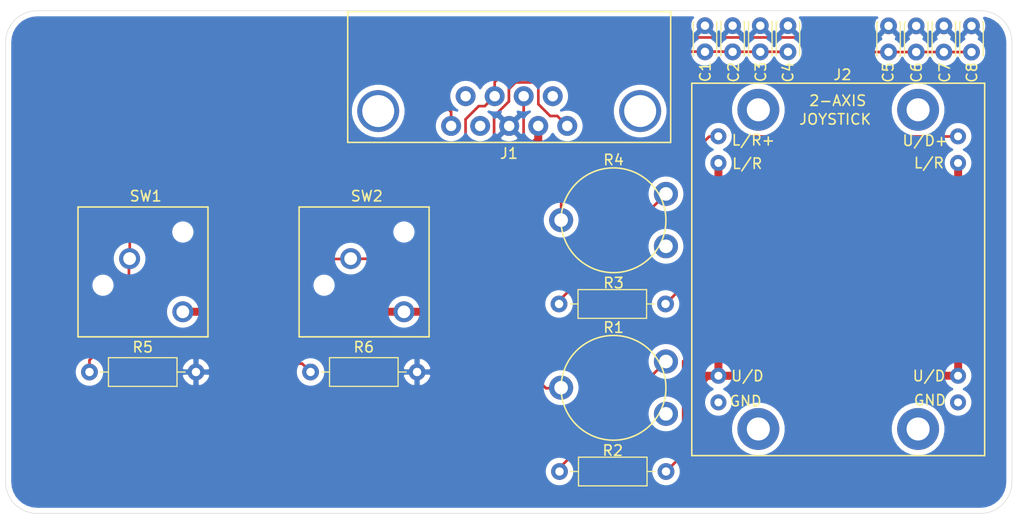
<source format=kicad_pcb>
(kicad_pcb (version 20171130) (host pcbnew "(5.1.2)-1")

  (general
    (thickness 1.6)
    (drawings 8)
    (tracks 116)
    (zones 0)
    (modules 18)
    (nets 16)
  )

  (page A4)
  (layers
    (0 F.Cu signal)
    (31 B.Cu signal)
    (32 B.Adhes user)
    (33 F.Adhes user)
    (34 B.Paste user)
    (35 F.Paste user)
    (36 B.SilkS user)
    (37 F.SilkS user)
    (38 B.Mask user)
    (39 F.Mask user)
    (40 Dwgs.User user)
    (41 Cmts.User user)
    (42 Eco1.User user)
    (43 Eco2.User user)
    (44 Edge.Cuts user)
    (45 Margin user)
    (46 B.CrtYd user)
    (47 F.CrtYd user)
    (48 B.Fab user)
    (49 F.Fab user)
  )

  (setup
    (last_trace_width 0.254)
    (user_trace_width 0.254)
    (user_trace_width 0.381)
    (user_trace_width 0.508)
    (user_trace_width 0.762)
    (trace_clearance 0.2)
    (zone_clearance 0.508)
    (zone_45_only no)
    (trace_min 0.2)
    (via_size 0.8)
    (via_drill 0.4)
    (via_min_size 0.4)
    (via_min_drill 0.3)
    (uvia_size 0.3)
    (uvia_drill 0.1)
    (uvias_allowed no)
    (uvia_min_size 0.2)
    (uvia_min_drill 0.1)
    (edge_width 0.05)
    (segment_width 0.2)
    (pcb_text_width 0.3)
    (pcb_text_size 1.5 1.5)
    (mod_edge_width 0.12)
    (mod_text_size 1 1)
    (mod_text_width 0.15)
    (pad_size 1.524 1.524)
    (pad_drill 0.762)
    (pad_to_mask_clearance 0.051)
    (solder_mask_min_width 0.25)
    (aux_axis_origin 0 0)
    (visible_elements 7FFFFFFF)
    (pcbplotparams
      (layerselection 0x010fc_ffffffff)
      (usegerberextensions false)
      (usegerberattributes false)
      (usegerberadvancedattributes false)
      (creategerberjobfile false)
      (excludeedgelayer true)
      (linewidth 0.100000)
      (plotframeref false)
      (viasonmask false)
      (mode 1)
      (useauxorigin false)
      (hpglpennumber 1)
      (hpglpenspeed 20)
      (hpglpendiameter 15.000000)
      (psnegative false)
      (psa4output false)
      (plotreference true)
      (plotvalue true)
      (plotinvisibletext false)
      (padsonsilk false)
      (subtractmaskfromsilk false)
      (outputformat 1)
      (mirror false)
      (drillshape 1)
      (scaleselection 1)
      (outputdirectory ""))
  )

  (net 0 "")
  (net 1 /LR)
  (net 2 GND)
  (net 3 /UD)
  (net 4 "Net-(J1-Pad4)")
  (net 5 /+5V)
  (net 6 /PB1)
  (net 7 "Net-(J1-Pad9)")
  (net 8 /PB0)
  (net 9 "Net-(J1-Pad6)")
  (net 10 "Net-(J2-Pad4)")
  (net 11 "Net-(J2-Pad5)")
  (net 12 "Net-(J2-Pad8)")
  (net 13 "Net-(J2-Pad1)")
  (net 14 "Net-(R3-Pad2)")
  (net 15 "Net-(R1-Pad2)")

  (net_class Default "This is the default net class."
    (clearance 0.2)
    (trace_width 0.25)
    (via_dia 0.8)
    (via_drill 0.4)
    (uvia_dia 0.3)
    (uvia_drill 0.1)
    (add_net /+5V)
    (add_net /LR)
    (add_net /PB0)
    (add_net /PB1)
    (add_net /UD)
    (add_net GND)
    (add_net "Net-(J1-Pad4)")
    (add_net "Net-(J1-Pad6)")
    (add_net "Net-(J1-Pad9)")
    (add_net "Net-(J2-Pad1)")
    (add_net "Net-(J2-Pad4)")
    (add_net "Net-(J2-Pad5)")
    (add_net "Net-(J2-Pad8)")
    (add_net "Net-(R1-Pad2)")
    (add_net "Net-(R3-Pad2)")
  )

  (module Capacitor_THT:C_Disc_D3.0mm_W2.0mm_P2.50mm (layer F.Cu) (tedit 5AE50EF0) (tstamp 5DC84711)
    (at 142.71752 44.92498 90)
    (descr "C, Disc series, Radial, pin pitch=2.50mm, , diameter*width=3*2mm^2, Capacitor")
    (tags "C Disc series Radial pin pitch 2.50mm  diameter 3mm width 2mm Capacitor")
    (path /5DC611D5)
    (fp_text reference C1 (at -1.91634 0.03248 90) (layer F.SilkS)
      (effects (font (size 1 1) (thickness 0.15)))
    )
    (fp_text value .1uF (at 1.25 2.25 90) (layer F.Fab)
      (effects (font (size 1 1) (thickness 0.15)))
    )
    (fp_line (start -0.25 -1) (end -0.25 1) (layer F.Fab) (width 0.1))
    (fp_line (start -0.25 1) (end 2.75 1) (layer F.Fab) (width 0.1))
    (fp_line (start 2.75 1) (end 2.75 -1) (layer F.Fab) (width 0.1))
    (fp_line (start 2.75 -1) (end -0.25 -1) (layer F.Fab) (width 0.1))
    (fp_line (start -0.37 -1.12) (end 2.87 -1.12) (layer F.SilkS) (width 0.12))
    (fp_line (start -0.37 1.12) (end 2.87 1.12) (layer F.SilkS) (width 0.12))
    (fp_line (start -0.37 -1.12) (end -0.37 -1.055) (layer F.SilkS) (width 0.12))
    (fp_line (start -0.37 1.055) (end -0.37 1.12) (layer F.SilkS) (width 0.12))
    (fp_line (start 2.87 -1.12) (end 2.87 -1.055) (layer F.SilkS) (width 0.12))
    (fp_line (start 2.87 1.055) (end 2.87 1.12) (layer F.SilkS) (width 0.12))
    (fp_line (start -1.05 -1.25) (end -1.05 1.25) (layer F.CrtYd) (width 0.05))
    (fp_line (start -1.05 1.25) (end 3.55 1.25) (layer F.CrtYd) (width 0.05))
    (fp_line (start 3.55 1.25) (end 3.55 -1.25) (layer F.CrtYd) (width 0.05))
    (fp_line (start 3.55 -1.25) (end -1.05 -1.25) (layer F.CrtYd) (width 0.05))
    (fp_text user %R (at 1.25 0 90) (layer F.Fab)
      (effects (font (size 0.6 0.6) (thickness 0.09)))
    )
    (pad 1 thru_hole circle (at 0 0 90) (size 1.6 1.6) (drill 0.8) (layers *.Cu *.Mask)
      (net 1 /LR))
    (pad 2 thru_hole circle (at 2.5 0 90) (size 1.6 1.6) (drill 0.8) (layers *.Cu *.Mask)
      (net 2 GND))
    (model ${KISYS3DMOD}/Capacitor_THT.3dshapes/C_Disc_D3.0mm_W2.0mm_P2.50mm.wrl
      (at (xyz 0 0 0))
      (scale (xyz 1 1 1))
      (rotate (xyz 0 0 0))
    )
  )

  (module Capacitor_THT:C_Disc_D3.0mm_W2.0mm_P2.50mm (layer F.Cu) (tedit 5AE50EF0) (tstamp 5DC84726)
    (at 145.35658 44.92498 90)
    (descr "C, Disc series, Radial, pin pitch=2.50mm, , diameter*width=3*2mm^2, Capacitor")
    (tags "C Disc series Radial pin pitch 2.50mm  diameter 3mm width 2mm Capacitor")
    (path /5DC611CB)
    (fp_text reference C2 (at -1.94936 0.0914 90) (layer F.SilkS)
      (effects (font (size 1 1) (thickness 0.15)))
    )
    (fp_text value .1uF (at 1.25 2.25 90) (layer F.Fab)
      (effects (font (size 1 1) (thickness 0.15)))
    )
    (fp_line (start -0.25 -1) (end -0.25 1) (layer F.Fab) (width 0.1))
    (fp_line (start -0.25 1) (end 2.75 1) (layer F.Fab) (width 0.1))
    (fp_line (start 2.75 1) (end 2.75 -1) (layer F.Fab) (width 0.1))
    (fp_line (start 2.75 -1) (end -0.25 -1) (layer F.Fab) (width 0.1))
    (fp_line (start -0.37 -1.12) (end 2.87 -1.12) (layer F.SilkS) (width 0.12))
    (fp_line (start -0.37 1.12) (end 2.87 1.12) (layer F.SilkS) (width 0.12))
    (fp_line (start -0.37 -1.12) (end -0.37 -1.055) (layer F.SilkS) (width 0.12))
    (fp_line (start -0.37 1.055) (end -0.37 1.12) (layer F.SilkS) (width 0.12))
    (fp_line (start 2.87 -1.12) (end 2.87 -1.055) (layer F.SilkS) (width 0.12))
    (fp_line (start 2.87 1.055) (end 2.87 1.12) (layer F.SilkS) (width 0.12))
    (fp_line (start -1.05 -1.25) (end -1.05 1.25) (layer F.CrtYd) (width 0.05))
    (fp_line (start -1.05 1.25) (end 3.55 1.25) (layer F.CrtYd) (width 0.05))
    (fp_line (start 3.55 1.25) (end 3.55 -1.25) (layer F.CrtYd) (width 0.05))
    (fp_line (start 3.55 -1.25) (end -1.05 -1.25) (layer F.CrtYd) (width 0.05))
    (fp_text user %R (at 1.25 0 90) (layer F.Fab)
      (effects (font (size 0.6 0.6) (thickness 0.09)))
    )
    (pad 1 thru_hole circle (at 0 0 90) (size 1.6 1.6) (drill 0.8) (layers *.Cu *.Mask)
      (net 1 /LR))
    (pad 2 thru_hole circle (at 2.5 0 90) (size 1.6 1.6) (drill 0.8) (layers *.Cu *.Mask)
      (net 2 GND))
    (model ${KISYS3DMOD}/Capacitor_THT.3dshapes/C_Disc_D3.0mm_W2.0mm_P2.50mm.wrl
      (at (xyz 0 0 0))
      (scale (xyz 1 1 1))
      (rotate (xyz 0 0 0))
    )
  )

  (module Capacitor_THT:C_Disc_D3.0mm_W2.0mm_P2.50mm (layer F.Cu) (tedit 5AE50EF0) (tstamp 5DC8473B)
    (at 147.99564 44.92498 90)
    (descr "C, Disc series, Radial, pin pitch=2.50mm, , diameter*width=3*2mm^2, Capacitor")
    (tags "C Disc series Radial pin pitch 2.50mm  diameter 3mm width 2mm Capacitor")
    (path /5DC611C1)
    (fp_text reference C3 (at -1.91634 0.04872 90) (layer F.SilkS)
      (effects (font (size 1 1) (thickness 0.15)))
    )
    (fp_text value .1uF (at 1.25 2.25 90) (layer F.Fab)
      (effects (font (size 1 1) (thickness 0.15)))
    )
    (fp_text user %R (at 1.25 0 90) (layer F.Fab)
      (effects (font (size 0.6 0.6) (thickness 0.09)))
    )
    (fp_line (start 3.55 -1.25) (end -1.05 -1.25) (layer F.CrtYd) (width 0.05))
    (fp_line (start 3.55 1.25) (end 3.55 -1.25) (layer F.CrtYd) (width 0.05))
    (fp_line (start -1.05 1.25) (end 3.55 1.25) (layer F.CrtYd) (width 0.05))
    (fp_line (start -1.05 -1.25) (end -1.05 1.25) (layer F.CrtYd) (width 0.05))
    (fp_line (start 2.87 1.055) (end 2.87 1.12) (layer F.SilkS) (width 0.12))
    (fp_line (start 2.87 -1.12) (end 2.87 -1.055) (layer F.SilkS) (width 0.12))
    (fp_line (start -0.37 1.055) (end -0.37 1.12) (layer F.SilkS) (width 0.12))
    (fp_line (start -0.37 -1.12) (end -0.37 -1.055) (layer F.SilkS) (width 0.12))
    (fp_line (start -0.37 1.12) (end 2.87 1.12) (layer F.SilkS) (width 0.12))
    (fp_line (start -0.37 -1.12) (end 2.87 -1.12) (layer F.SilkS) (width 0.12))
    (fp_line (start 2.75 -1) (end -0.25 -1) (layer F.Fab) (width 0.1))
    (fp_line (start 2.75 1) (end 2.75 -1) (layer F.Fab) (width 0.1))
    (fp_line (start -0.25 1) (end 2.75 1) (layer F.Fab) (width 0.1))
    (fp_line (start -0.25 -1) (end -0.25 1) (layer F.Fab) (width 0.1))
    (pad 2 thru_hole circle (at 2.5 0 90) (size 1.6 1.6) (drill 0.8) (layers *.Cu *.Mask)
      (net 2 GND))
    (pad 1 thru_hole circle (at 0 0 90) (size 1.6 1.6) (drill 0.8) (layers *.Cu *.Mask)
      (net 1 /LR))
    (model ${KISYS3DMOD}/Capacitor_THT.3dshapes/C_Disc_D3.0mm_W2.0mm_P2.50mm.wrl
      (at (xyz 0 0 0))
      (scale (xyz 1 1 1))
      (rotate (xyz 0 0 0))
    )
  )

  (module Capacitor_THT:C_Disc_D3.0mm_W2.0mm_P2.50mm (layer F.Cu) (tedit 5AE50EF0) (tstamp 5DC84750)
    (at 150.6347 44.92498 90)
    (descr "C, Disc series, Radial, pin pitch=2.50mm, , diameter*width=3*2mm^2, Capacitor")
    (tags "C Disc series Radial pin pitch 2.50mm  diameter 3mm width 2mm Capacitor")
    (path /5DC739E9)
    (fp_text reference C4 (at -1.94936 0.00858 90) (layer F.SilkS)
      (effects (font (size 1 1) (thickness 0.15)))
    )
    (fp_text value 10nF (at 1.25 2.25 90) (layer F.Fab)
      (effects (font (size 1 1) (thickness 0.15)))
    )
    (fp_text user %R (at 1.25 0 90) (layer F.Fab)
      (effects (font (size 0.6 0.6) (thickness 0.09)))
    )
    (fp_line (start 3.55 -1.25) (end -1.05 -1.25) (layer F.CrtYd) (width 0.05))
    (fp_line (start 3.55 1.25) (end 3.55 -1.25) (layer F.CrtYd) (width 0.05))
    (fp_line (start -1.05 1.25) (end 3.55 1.25) (layer F.CrtYd) (width 0.05))
    (fp_line (start -1.05 -1.25) (end -1.05 1.25) (layer F.CrtYd) (width 0.05))
    (fp_line (start 2.87 1.055) (end 2.87 1.12) (layer F.SilkS) (width 0.12))
    (fp_line (start 2.87 -1.12) (end 2.87 -1.055) (layer F.SilkS) (width 0.12))
    (fp_line (start -0.37 1.055) (end -0.37 1.12) (layer F.SilkS) (width 0.12))
    (fp_line (start -0.37 -1.12) (end -0.37 -1.055) (layer F.SilkS) (width 0.12))
    (fp_line (start -0.37 1.12) (end 2.87 1.12) (layer F.SilkS) (width 0.12))
    (fp_line (start -0.37 -1.12) (end 2.87 -1.12) (layer F.SilkS) (width 0.12))
    (fp_line (start 2.75 -1) (end -0.25 -1) (layer F.Fab) (width 0.1))
    (fp_line (start 2.75 1) (end 2.75 -1) (layer F.Fab) (width 0.1))
    (fp_line (start -0.25 1) (end 2.75 1) (layer F.Fab) (width 0.1))
    (fp_line (start -0.25 -1) (end -0.25 1) (layer F.Fab) (width 0.1))
    (pad 2 thru_hole circle (at 2.5 0 90) (size 1.6 1.6) (drill 0.8) (layers *.Cu *.Mask)
      (net 2 GND))
    (pad 1 thru_hole circle (at 0 0 90) (size 1.6 1.6) (drill 0.8) (layers *.Cu *.Mask)
      (net 1 /LR))
    (model ${KISYS3DMOD}/Capacitor_THT.3dshapes/C_Disc_D3.0mm_W2.0mm_P2.50mm.wrl
      (at (xyz 0 0 0))
      (scale (xyz 1 1 1))
      (rotate (xyz 0 0 0))
    )
  )

  (module Capacitor_THT:C_Disc_D3.0mm_W2.0mm_P2.50mm (layer F.Cu) (tedit 5AE50EF0) (tstamp 5DC84765)
    (at 160.22936 44.94158 90)
    (descr "C, Disc series, Radial, pin pitch=2.50mm, , diameter*width=3*2mm^2, Capacitor")
    (tags "C Disc series Radial pin pitch 2.50mm  diameter 3mm width 2mm Capacitor")
    (path /5DC82559)
    (fp_text reference C5 (at -1.9519 -0.0341 90) (layer F.SilkS)
      (effects (font (size 1 1) (thickness 0.15)))
    )
    (fp_text value .1uF (at 1.25 2.25 90) (layer F.Fab)
      (effects (font (size 1 1) (thickness 0.15)))
    )
    (fp_line (start -0.25 -1) (end -0.25 1) (layer F.Fab) (width 0.1))
    (fp_line (start -0.25 1) (end 2.75 1) (layer F.Fab) (width 0.1))
    (fp_line (start 2.75 1) (end 2.75 -1) (layer F.Fab) (width 0.1))
    (fp_line (start 2.75 -1) (end -0.25 -1) (layer F.Fab) (width 0.1))
    (fp_line (start -0.37 -1.12) (end 2.87 -1.12) (layer F.SilkS) (width 0.12))
    (fp_line (start -0.37 1.12) (end 2.87 1.12) (layer F.SilkS) (width 0.12))
    (fp_line (start -0.37 -1.12) (end -0.37 -1.055) (layer F.SilkS) (width 0.12))
    (fp_line (start -0.37 1.055) (end -0.37 1.12) (layer F.SilkS) (width 0.12))
    (fp_line (start 2.87 -1.12) (end 2.87 -1.055) (layer F.SilkS) (width 0.12))
    (fp_line (start 2.87 1.055) (end 2.87 1.12) (layer F.SilkS) (width 0.12))
    (fp_line (start -1.05 -1.25) (end -1.05 1.25) (layer F.CrtYd) (width 0.05))
    (fp_line (start -1.05 1.25) (end 3.55 1.25) (layer F.CrtYd) (width 0.05))
    (fp_line (start 3.55 1.25) (end 3.55 -1.25) (layer F.CrtYd) (width 0.05))
    (fp_line (start 3.55 -1.25) (end -1.05 -1.25) (layer F.CrtYd) (width 0.05))
    (fp_text user %R (at 1.25 0 90) (layer F.Fab)
      (effects (font (size 0.6 0.6) (thickness 0.09)))
    )
    (pad 1 thru_hole circle (at 0 0 90) (size 1.6 1.6) (drill 0.8) (layers *.Cu *.Mask)
      (net 3 /UD))
    (pad 2 thru_hole circle (at 2.5 0 90) (size 1.6 1.6) (drill 0.8) (layers *.Cu *.Mask)
      (net 2 GND))
    (model ${KISYS3DMOD}/Capacitor_THT.3dshapes/C_Disc_D3.0mm_W2.0mm_P2.50mm.wrl
      (at (xyz 0 0 0))
      (scale (xyz 1 1 1))
      (rotate (xyz 0 0 0))
    )
  )

  (module Capacitor_THT:C_Disc_D3.0mm_W2.0mm_P2.50mm (layer F.Cu) (tedit 5AE50EF0) (tstamp 5DC8477A)
    (at 162.86734 44.9453 90)
    (descr "C, Disc series, Radial, pin pitch=2.50mm, , diameter*width=3*2mm^2, Capacitor")
    (tags "C Disc series Radial pin pitch 2.50mm  diameter 3mm width 2mm Capacitor")
    (path /5DC5D4FD)
    (fp_text reference C6 (at -1.9519 0.02482 90) (layer F.SilkS)
      (effects (font (size 1 1) (thickness 0.15)))
    )
    (fp_text value .1uF (at 1.25 2.25 90) (layer F.Fab)
      (effects (font (size 1 1) (thickness 0.15)))
    )
    (fp_text user %R (at 1.25 0 90) (layer F.Fab)
      (effects (font (size 0.6 0.6) (thickness 0.09)))
    )
    (fp_line (start 3.55 -1.25) (end -1.05 -1.25) (layer F.CrtYd) (width 0.05))
    (fp_line (start 3.55 1.25) (end 3.55 -1.25) (layer F.CrtYd) (width 0.05))
    (fp_line (start -1.05 1.25) (end 3.55 1.25) (layer F.CrtYd) (width 0.05))
    (fp_line (start -1.05 -1.25) (end -1.05 1.25) (layer F.CrtYd) (width 0.05))
    (fp_line (start 2.87 1.055) (end 2.87 1.12) (layer F.SilkS) (width 0.12))
    (fp_line (start 2.87 -1.12) (end 2.87 -1.055) (layer F.SilkS) (width 0.12))
    (fp_line (start -0.37 1.055) (end -0.37 1.12) (layer F.SilkS) (width 0.12))
    (fp_line (start -0.37 -1.12) (end -0.37 -1.055) (layer F.SilkS) (width 0.12))
    (fp_line (start -0.37 1.12) (end 2.87 1.12) (layer F.SilkS) (width 0.12))
    (fp_line (start -0.37 -1.12) (end 2.87 -1.12) (layer F.SilkS) (width 0.12))
    (fp_line (start 2.75 -1) (end -0.25 -1) (layer F.Fab) (width 0.1))
    (fp_line (start 2.75 1) (end 2.75 -1) (layer F.Fab) (width 0.1))
    (fp_line (start -0.25 1) (end 2.75 1) (layer F.Fab) (width 0.1))
    (fp_line (start -0.25 -1) (end -0.25 1) (layer F.Fab) (width 0.1))
    (pad 2 thru_hole circle (at 2.5 0 90) (size 1.6 1.6) (drill 0.8) (layers *.Cu *.Mask)
      (net 2 GND))
    (pad 1 thru_hole circle (at 0 0 90) (size 1.6 1.6) (drill 0.8) (layers *.Cu *.Mask)
      (net 3 /UD))
    (model ${KISYS3DMOD}/Capacitor_THT.3dshapes/C_Disc_D3.0mm_W2.0mm_P2.50mm.wrl
      (at (xyz 0 0 0))
      (scale (xyz 1 1 1))
      (rotate (xyz 0 0 0))
    )
  )

  (module Capacitor_THT:C_Disc_D3.0mm_W2.0mm_P2.50mm (layer F.Cu) (tedit 5AE50EF0) (tstamp 5DC8478F)
    (at 165.5064 44.9453 90)
    (descr "C, Disc series, Radial, pin pitch=2.50mm, , diameter*width=3*2mm^2, Capacitor")
    (tags "C Disc series Radial pin pitch 2.50mm  diameter 3mm width 2mm Capacitor")
    (path /5DC5D8A6)
    (fp_text reference C7 (at -1.9519 0.0812 90) (layer F.SilkS)
      (effects (font (size 1 1) (thickness 0.15)))
    )
    (fp_text value .1uF (at 1.25 2.25 90) (layer F.Fab)
      (effects (font (size 1 1) (thickness 0.15)))
    )
    (fp_line (start -0.25 -1) (end -0.25 1) (layer F.Fab) (width 0.1))
    (fp_line (start -0.25 1) (end 2.75 1) (layer F.Fab) (width 0.1))
    (fp_line (start 2.75 1) (end 2.75 -1) (layer F.Fab) (width 0.1))
    (fp_line (start 2.75 -1) (end -0.25 -1) (layer F.Fab) (width 0.1))
    (fp_line (start -0.37 -1.12) (end 2.87 -1.12) (layer F.SilkS) (width 0.12))
    (fp_line (start -0.37 1.12) (end 2.87 1.12) (layer F.SilkS) (width 0.12))
    (fp_line (start -0.37 -1.12) (end -0.37 -1.055) (layer F.SilkS) (width 0.12))
    (fp_line (start -0.37 1.055) (end -0.37 1.12) (layer F.SilkS) (width 0.12))
    (fp_line (start 2.87 -1.12) (end 2.87 -1.055) (layer F.SilkS) (width 0.12))
    (fp_line (start 2.87 1.055) (end 2.87 1.12) (layer F.SilkS) (width 0.12))
    (fp_line (start -1.05 -1.25) (end -1.05 1.25) (layer F.CrtYd) (width 0.05))
    (fp_line (start -1.05 1.25) (end 3.55 1.25) (layer F.CrtYd) (width 0.05))
    (fp_line (start 3.55 1.25) (end 3.55 -1.25) (layer F.CrtYd) (width 0.05))
    (fp_line (start 3.55 -1.25) (end -1.05 -1.25) (layer F.CrtYd) (width 0.05))
    (fp_text user %R (at 1.25 0 90) (layer F.Fab)
      (effects (font (size 0.6 0.6) (thickness 0.09)))
    )
    (pad 1 thru_hole circle (at 0 0 90) (size 1.6 1.6) (drill 0.8) (layers *.Cu *.Mask)
      (net 3 /UD))
    (pad 2 thru_hole circle (at 2.5 0 90) (size 1.6 1.6) (drill 0.8) (layers *.Cu *.Mask)
      (net 2 GND))
    (model ${KISYS3DMOD}/Capacitor_THT.3dshapes/C_Disc_D3.0mm_W2.0mm_P2.50mm.wrl
      (at (xyz 0 0 0))
      (scale (xyz 1 1 1))
      (rotate (xyz 0 0 0))
    )
  )

  (module Capacitor_THT:C_Disc_D3.0mm_W2.0mm_P2.50mm (layer F.Cu) (tedit 5AE50EF0) (tstamp 5DC847A4)
    (at 168.14546 44.9453 90)
    (descr "C, Disc series, Radial, pin pitch=2.50mm, , diameter*width=3*2mm^2, Capacitor")
    (tags "C Disc series Radial pin pitch 2.50mm  diameter 3mm width 2mm Capacitor")
    (path /5DC5DF0E)
    (fp_text reference C8 (at -1.9519 0.03852 90) (layer F.SilkS)
      (effects (font (size 1 1) (thickness 0.15)))
    )
    (fp_text value 10nF (at 1.25 2.25 90) (layer F.Fab)
      (effects (font (size 1 1) (thickness 0.15)))
    )
    (fp_text user %R (at 1.25 0 90) (layer F.Fab)
      (effects (font (size 0.6 0.6) (thickness 0.09)))
    )
    (fp_line (start 3.55 -1.25) (end -1.05 -1.25) (layer F.CrtYd) (width 0.05))
    (fp_line (start 3.55 1.25) (end 3.55 -1.25) (layer F.CrtYd) (width 0.05))
    (fp_line (start -1.05 1.25) (end 3.55 1.25) (layer F.CrtYd) (width 0.05))
    (fp_line (start -1.05 -1.25) (end -1.05 1.25) (layer F.CrtYd) (width 0.05))
    (fp_line (start 2.87 1.055) (end 2.87 1.12) (layer F.SilkS) (width 0.12))
    (fp_line (start 2.87 -1.12) (end 2.87 -1.055) (layer F.SilkS) (width 0.12))
    (fp_line (start -0.37 1.055) (end -0.37 1.12) (layer F.SilkS) (width 0.12))
    (fp_line (start -0.37 -1.12) (end -0.37 -1.055) (layer F.SilkS) (width 0.12))
    (fp_line (start -0.37 1.12) (end 2.87 1.12) (layer F.SilkS) (width 0.12))
    (fp_line (start -0.37 -1.12) (end 2.87 -1.12) (layer F.SilkS) (width 0.12))
    (fp_line (start 2.75 -1) (end -0.25 -1) (layer F.Fab) (width 0.1))
    (fp_line (start 2.75 1) (end 2.75 -1) (layer F.Fab) (width 0.1))
    (fp_line (start -0.25 1) (end 2.75 1) (layer F.Fab) (width 0.1))
    (fp_line (start -0.25 -1) (end -0.25 1) (layer F.Fab) (width 0.1))
    (pad 2 thru_hole circle (at 2.5 0 90) (size 1.6 1.6) (drill 0.8) (layers *.Cu *.Mask)
      (net 2 GND))
    (pad 1 thru_hole circle (at 0 0 90) (size 1.6 1.6) (drill 0.8) (layers *.Cu *.Mask)
      (net 3 /UD))
    (model ${KISYS3DMOD}/Capacitor_THT.3dshapes/C_Disc_D3.0mm_W2.0mm_P2.50mm.wrl
      (at (xyz 0 0 0))
      (scale (xyz 1 1 1))
      (rotate (xyz 0 0 0))
    )
  )

  (module AppleIIJoystick:ADS09_DB9 (layer F.Cu) (tedit 5DC82DB1) (tstamp 5DCD60D1)
    (at 118.5 52)
    (path /5DC4324C)
    (fp_text reference J1 (at 5.5155 2.63032) (layer F.SilkS)
      (effects (font (size 1 1) (thickness 0.15)))
    )
    (fp_text value DB9_Male (at -0.01016 -6.84276) (layer F.Fab)
      (effects (font (size 1 1) (thickness 0.15)))
    )
    (fp_line (start -9.86536 -8.4201) (end -9.86536 -10.91946) (layer F.SilkS) (width 0.15))
    (fp_line (start 20.94484 -7.62) (end 20.94484 -10.922) (layer F.SilkS) (width 0.15))
    (fp_line (start 20.94484 -7.62) (end 20.94484 1.5748) (layer F.SilkS) (width 0.15))
    (fp_line (start -9.86536 -8.4201) (end -9.86536 1.56972) (layer F.SilkS) (width 0.15))
    (fp_line (start -9.86536 -10.91946) (end 20.94484 -10.922) (layer F.SilkS) (width 0.15))
    (fp_line (start 20.94484 1.5748) (end -9.86536 1.56972) (layer F.SilkS) (width 0.15))
    (pad 5 thru_hole circle (at 0 0) (size 1.9 1.9) (drill 1) (layers *.Cu *.Mask)
      (net 1 /LR))
    (pad 4 thru_hole circle (at 2.77 0) (size 1.9 1.9) (drill 1) (layers *.Cu *.Mask)
      (net 4 "Net-(J1-Pad4)"))
    (pad 3 thru_hole circle (at 5.54 0) (size 1.9 1.9) (drill 1) (layers *.Cu *.Mask)
      (net 2 GND))
    (pad 2 thru_hole circle (at 8.31 0) (size 1.9 1.9) (drill 1) (layers *.Cu *.Mask)
      (net 5 /+5V))
    (pad 1 thru_hole circle (at 11.08 0) (size 1.9 1.9) (drill 1) (layers *.Cu *.Mask)
      (net 6 /PB1))
    (pad 9 thru_hole circle (at 1.385 -2.84) (size 1.9 1.9) (drill 1) (layers *.Cu *.Mask)
      (net 7 "Net-(J1-Pad9)"))
    (pad 8 thru_hole circle (at 4.155 -2.84) (size 1.9 1.9) (drill 1) (layers *.Cu *.Mask)
      (net 3 /UD))
    (pad 7 thru_hole circle (at 6.925 -2.84) (size 1.9 1.9) (drill 1) (layers *.Cu *.Mask)
      (net 8 /PB0))
    (pad 6 thru_hole circle (at 9.695 -2.84) (size 1.9 1.9) (drill 1) (layers *.Cu *.Mask)
      (net 9 "Net-(J1-Pad6)"))
    (pad "" thru_hole circle (at -6.955 -1.42) (size 4 4) (drill 3.05) (layers *.Cu *.Mask))
    (pad "" thru_hole circle (at 18.035 -1.42) (size 4 4) (drill 3.05) (layers *.Cu *.Mask))
    (model ${KIPRJMOD}/a-ds_09_a_kg-t2.stp
      (offset (xyz 5.6 10.9 6.2))
      (scale (xyz 1 1 1))
      (rotate (xyz 90 180 0))
    )
  )

  (module AppleIIJoystick:Parallax_27800_Joystick (layer F.Cu) (tedit 5DC68603) (tstamp 5DC847D7)
    (at 144 53)
    (path /5DC45FAC)
    (fp_text reference J2 (at 11.83408 -5.88808) (layer F.SilkS)
      (effects (font (size 1 1) (thickness 0.15)))
    )
    (fp_text value Parallax_27800_Joystick (at 0.01524 -10.01522) (layer F.Fab)
      (effects (font (size 1 1) (thickness 0.15)))
    )
    (fp_line (start -2.54 -5.08) (end 25.4 -5.08) (layer F.SilkS) (width 0.15))
    (fp_line (start 25.4 -5.08) (end 25.4 30.48) (layer F.SilkS) (width 0.15))
    (fp_line (start 25.4 30.48) (end -2.54 30.48) (layer F.SilkS) (width 0.15))
    (fp_line (start -2.54 30.48) (end -2.54 -5.08) (layer F.SilkS) (width 0.15))
    (fp_text user 2-AXIS (at 11.38682 -3.40868) (layer F.SilkS)
      (effects (font (size 1 1) (thickness 0.15)))
    )
    (fp_text user JOYSTICK (at 11.13282 -1.63068) (layer F.SilkS)
      (effects (font (size 1 1) (thickness 0.15)))
    )
    (fp_text user L/R+ (at 3.32486 0.36322) (layer F.SilkS)
      (effects (font (size 1 1) (thickness 0.15)))
    )
    (fp_text user L/R (at 2.74828 2.6035) (layer F.SilkS)
      (effects (font (size 1 1) (thickness 0.15)))
    )
    (fp_text user U/D+ (at 19.73326 0.41148) (layer F.SilkS)
      (effects (font (size 1 1) (thickness 0.15)))
    )
    (fp_text user L/R (at 20.08632 2.54254) (layer F.SilkS)
      (effects (font (size 1 1) (thickness 0.15)))
    )
    (fp_text user U/D (at 20.08632 22.88032) (layer F.SilkS)
      (effects (font (size 1 1) (thickness 0.15)))
    )
    (fp_text user GND (at 20.17522 25.19172) (layer F.SilkS)
      (effects (font (size 1 1) (thickness 0.15)))
    )
    (fp_text user U/D (at 2.7686 22.88032) (layer F.SilkS)
      (effects (font (size 1 1) (thickness 0.15)))
    )
    (fp_text user GND (at 2.5908 25.28062) (layer F.SilkS)
      (effects (font (size 1 1) (thickness 0.15)))
    )
    (pad "" thru_hole circle (at 3.81 -2.54254) (size 4 4) (drill 2.2) (layers *.Cu *.Mask))
    (pad 2 thru_hole circle (at 0 2.53746) (size 1.524 1.524) (drill 0.762) (layers *.Cu *.Mask)
      (net 5 /+5V))
    (pad 4 thru_hole circle (at 0 25.39746) (size 1.524 1.524) (drill 0.762) (layers *.Cu *.Mask)
      (net 10 "Net-(J2-Pad4)"))
    (pad 3 thru_hole circle (at 0 22.85746) (size 1.524 1.524) (drill 0.762) (layers *.Cu *.Mask)
      (net 5 /+5V))
    (pad 5 thru_hole circle (at 22.86 25.39746) (size 1.524 1.524) (drill 0.762) (layers *.Cu *.Mask)
      (net 11 "Net-(J2-Pad5)"))
    (pad 6 thru_hole circle (at 22.86 22.85746) (size 1.524 1.524) (drill 0.762) (layers *.Cu *.Mask)
      (net 5 /+5V))
    (pad 7 thru_hole circle (at 22.86 2.53746) (size 1.524 1.524) (drill 0.762) (layers *.Cu *.Mask)
      (net 5 /+5V))
    (pad 8 thru_hole circle (at 22.86 -0.00254) (size 1.524 1.524) (drill 0.762) (layers *.Cu *.Mask)
      (net 12 "Net-(J2-Pad8)"))
    (pad 1 thru_hole circle (at -0.00508 -0.0127) (size 1.524 1.524) (drill 0.762) (layers *.Cu *.Mask)
      (net 13 "Net-(J2-Pad1)"))
    (pad "" thru_hole circle (at 19.05 -2.54254) (size 4 4) (drill 2.2) (layers *.Cu *.Mask))
    (pad "" thru_hole circle (at 19.05 27.93746) (size 4 4) (drill 2.2) (layers *.Cu *.Mask))
    (pad "" thru_hole circle (at 3.81 27.93746) (size 4 4) (drill 2.2) (layers *.Cu *.Mask))
    (model ${KIPRJMOD}/parallax-2700-joystick.step
      (offset (xyz -49.276 129.54 38.1))
      (scale (xyz 1.058 1 1))
      (rotate (xyz 0 0 0))
    )
  )

  (module AppleIIJoystick:PT10LV10_TRIM_POT (layer F.Cu) (tedit 5DC83E0A) (tstamp 5DC97AF7)
    (at 129 77 90)
    (path /5DC87432)
    (fp_text reference R1 (at 5.75 5 180) (layer F.SilkS)
      (effects (font (size 1 1) (thickness 0.15)))
    )
    (fp_text value RTRIM (at 0.0127 -4.93776 90) (layer F.Fab)
      (effects (font (size 1 1) (thickness 0.15)))
    )
    (fp_circle (center -0.00762 4.9911) (end 0.01524 9.99236) (layer F.SilkS) (width 0.15))
    (pad 1 thru_hole circle (at 0.00762 -0.00508 90) (size 2.3 2.3) (drill 1.3) (layers *.Cu *.Mask)
      (net 1 /LR))
    (pad 2 thru_hole circle (at 2.50762 9.99492 90) (size 2.3 2.3) (drill 1.3) (layers *.Cu *.Mask)
      (net 15 "Net-(R1-Pad2)"))
    (pad 3 thru_hole circle (at -2.49238 9.99492 90) (size 2.3 2.3) (drill 1.3) (layers *.Cu *.Mask))
    (model ${KIPRJMOD}/10-PIHER_3D_PT10LV10.STEP
      (offset (xyz 0 -5 5))
      (scale (xyz 1 1 1))
      (rotate (xyz 0 180 0))
    )
  )

  (module Resistor_THT:R_Axial_DIN0207_L6.3mm_D2.5mm_P10.16mm_Horizontal (layer F.Cu) (tedit 5AE5139B) (tstamp 5DC99DD2)
    (at 139 85 180)
    (descr "Resistor, Axial_DIN0207 series, Axial, Horizontal, pin pitch=10.16mm, 0.25W = 1/4W, length*diameter=6.3*2.5mm^2, http://cdn-reichelt.de/documents/datenblatt/B400/1_4W%23YAG.pdf")
    (tags "Resistor Axial_DIN0207 series Axial Horizontal pin pitch 10.16mm 0.25W = 1/4W length 6.3mm diameter 2.5mm")
    (path /5DC582DF)
    (fp_text reference R2 (at 5.08 2) (layer F.SilkS)
      (effects (font (size 1 1) (thickness 0.15)))
    )
    (fp_text value 180 (at 5.08 2.37) (layer F.Fab)
      (effects (font (size 1 1) (thickness 0.15)))
    )
    (fp_line (start 1.93 -1.25) (end 1.93 1.25) (layer F.Fab) (width 0.1))
    (fp_line (start 1.93 1.25) (end 8.23 1.25) (layer F.Fab) (width 0.1))
    (fp_line (start 8.23 1.25) (end 8.23 -1.25) (layer F.Fab) (width 0.1))
    (fp_line (start 8.23 -1.25) (end 1.93 -1.25) (layer F.Fab) (width 0.1))
    (fp_line (start 0 0) (end 1.93 0) (layer F.Fab) (width 0.1))
    (fp_line (start 10.16 0) (end 8.23 0) (layer F.Fab) (width 0.1))
    (fp_line (start 1.81 -1.37) (end 1.81 1.37) (layer F.SilkS) (width 0.12))
    (fp_line (start 1.81 1.37) (end 8.35 1.37) (layer F.SilkS) (width 0.12))
    (fp_line (start 8.35 1.37) (end 8.35 -1.37) (layer F.SilkS) (width 0.12))
    (fp_line (start 8.35 -1.37) (end 1.81 -1.37) (layer F.SilkS) (width 0.12))
    (fp_line (start 1.04 0) (end 1.81 0) (layer F.SilkS) (width 0.12))
    (fp_line (start 9.12 0) (end 8.35 0) (layer F.SilkS) (width 0.12))
    (fp_line (start -1.05 -1.5) (end -1.05 1.5) (layer F.CrtYd) (width 0.05))
    (fp_line (start -1.05 1.5) (end 11.21 1.5) (layer F.CrtYd) (width 0.05))
    (fp_line (start 11.21 1.5) (end 11.21 -1.5) (layer F.CrtYd) (width 0.05))
    (fp_line (start 11.21 -1.5) (end -1.05 -1.5) (layer F.CrtYd) (width 0.05))
    (fp_text user %R (at 5.08 0) (layer F.Fab)
      (effects (font (size 1 1) (thickness 0.15)))
    )
    (pad 1 thru_hole circle (at 0 0 180) (size 1.6 1.6) (drill 0.8) (layers *.Cu *.Mask)
      (net 13 "Net-(J2-Pad1)"))
    (pad 2 thru_hole oval (at 10.16 0 180) (size 1.6 1.6) (drill 0.8) (layers *.Cu *.Mask)
      (net 15 "Net-(R1-Pad2)"))
    (model ${KISYS3DMOD}/Resistor_THT.3dshapes/R_Axial_DIN0207_L6.3mm_D2.5mm_P10.16mm_Horizontal.wrl
      (at (xyz 0 0 0))
      (scale (xyz 1 1 1))
      (rotate (xyz 0 0 0))
    )
  )

  (module Resistor_THT:R_Axial_DIN0207_L6.3mm_D2.5mm_P10.16mm_Horizontal (layer F.Cu) (tedit 5AE5139B) (tstamp 5DC8480D)
    (at 138.95578 69 180)
    (descr "Resistor, Axial_DIN0207 series, Axial, Horizontal, pin pitch=10.16mm, 0.25W = 1/4W, length*diameter=6.3*2.5mm^2, http://cdn-reichelt.de/documents/datenblatt/B400/1_4W%23YAG.pdf")
    (tags "Resistor Axial_DIN0207 series Axial Horizontal pin pitch 10.16mm 0.25W = 1/4W length 6.3mm diameter 2.5mm")
    (path /5DC5961D)
    (fp_text reference R3 (at 4.95578 2) (layer F.SilkS)
      (effects (font (size 1 1) (thickness 0.15)))
    )
    (fp_text value 180 (at 5.08 2.37) (layer F.Fab)
      (effects (font (size 1 1) (thickness 0.15)))
    )
    (fp_text user %R (at 5.08 0) (layer F.Fab)
      (effects (font (size 1 1) (thickness 0.15)))
    )
    (fp_line (start 11.21 -1.5) (end -1.05 -1.5) (layer F.CrtYd) (width 0.05))
    (fp_line (start 11.21 1.5) (end 11.21 -1.5) (layer F.CrtYd) (width 0.05))
    (fp_line (start -1.05 1.5) (end 11.21 1.5) (layer F.CrtYd) (width 0.05))
    (fp_line (start -1.05 -1.5) (end -1.05 1.5) (layer F.CrtYd) (width 0.05))
    (fp_line (start 9.12 0) (end 8.35 0) (layer F.SilkS) (width 0.12))
    (fp_line (start 1.04 0) (end 1.81 0) (layer F.SilkS) (width 0.12))
    (fp_line (start 8.35 -1.37) (end 1.81 -1.37) (layer F.SilkS) (width 0.12))
    (fp_line (start 8.35 1.37) (end 8.35 -1.37) (layer F.SilkS) (width 0.12))
    (fp_line (start 1.81 1.37) (end 8.35 1.37) (layer F.SilkS) (width 0.12))
    (fp_line (start 1.81 -1.37) (end 1.81 1.37) (layer F.SilkS) (width 0.12))
    (fp_line (start 10.16 0) (end 8.23 0) (layer F.Fab) (width 0.1))
    (fp_line (start 0 0) (end 1.93 0) (layer F.Fab) (width 0.1))
    (fp_line (start 8.23 -1.25) (end 1.93 -1.25) (layer F.Fab) (width 0.1))
    (fp_line (start 8.23 1.25) (end 8.23 -1.25) (layer F.Fab) (width 0.1))
    (fp_line (start 1.93 1.25) (end 8.23 1.25) (layer F.Fab) (width 0.1))
    (fp_line (start 1.93 -1.25) (end 1.93 1.25) (layer F.Fab) (width 0.1))
    (pad 2 thru_hole oval (at 10.16 0 180) (size 1.6 1.6) (drill 0.8) (layers *.Cu *.Mask)
      (net 14 "Net-(R3-Pad2)"))
    (pad 1 thru_hole circle (at 0 0 180) (size 1.6 1.6) (drill 0.8) (layers *.Cu *.Mask)
      (net 12 "Net-(J2-Pad8)"))
    (model ${KISYS3DMOD}/Resistor_THT.3dshapes/R_Axial_DIN0207_L6.3mm_D2.5mm_P10.16mm_Horizontal.wrl
      (at (xyz 0 0 0))
      (scale (xyz 1 1 1))
      (rotate (xyz 0 0 0))
    )
  )

  (module AppleIIJoystick:PT10LV10_TRIM_POT (layer F.Cu) (tedit 5DC83E0A) (tstamp 5DCD62F0)
    (at 129 61 90)
    (path /5DC8A203)
    (fp_text reference R4 (at 5.75 5 180) (layer F.SilkS)
      (effects (font (size 1 1) (thickness 0.15)))
    )
    (fp_text value RTRIM (at 0.0127 -4.93776 90) (layer F.Fab)
      (effects (font (size 1 1) (thickness 0.15)))
    )
    (fp_circle (center -0.00762 4.9911) (end 0.01524 9.99236) (layer F.SilkS) (width 0.15))
    (pad 3 thru_hole circle (at -2.49238 9.99492 90) (size 2.3 2.3) (drill 1.3) (layers *.Cu *.Mask))
    (pad 2 thru_hole circle (at 2.50762 9.99492 90) (size 2.3 2.3) (drill 1.3) (layers *.Cu *.Mask)
      (net 14 "Net-(R3-Pad2)"))
    (pad 1 thru_hole circle (at 0.00762 -0.00508 90) (size 2.3 2.3) (drill 1.3) (layers *.Cu *.Mask)
      (net 3 /UD))
    (model ${KIPRJMOD}/10-PIHER_3D_PT10LV10.STEP
      (offset (xyz 0 -5 5))
      (scale (xyz 1 1 1))
      (rotate (xyz 0 180 0))
    )
  )

  (module Resistor_THT:R_Axial_DIN0207_L6.3mm_D2.5mm_P10.16mm_Horizontal (layer F.Cu) (tedit 5AE5139B) (tstamp 5DC8482C)
    (at 84 75.5)
    (descr "Resistor, Axial_DIN0207 series, Axial, Horizontal, pin pitch=10.16mm, 0.25W = 1/4W, length*diameter=6.3*2.5mm^2, http://cdn-reichelt.de/documents/datenblatt/B400/1_4W%23YAG.pdf")
    (tags "Resistor Axial_DIN0207 series Axial Horizontal pin pitch 10.16mm 0.25W = 1/4W length 6.3mm diameter 2.5mm")
    (path /5DC5A8EF)
    (fp_text reference R5 (at 5.08 -2.37) (layer F.SilkS)
      (effects (font (size 1 1) (thickness 0.15)))
    )
    (fp_text value 560 (at 5.08 2.37) (layer F.Fab)
      (effects (font (size 1 1) (thickness 0.15)))
    )
    (fp_line (start 1.93 -1.25) (end 1.93 1.25) (layer F.Fab) (width 0.1))
    (fp_line (start 1.93 1.25) (end 8.23 1.25) (layer F.Fab) (width 0.1))
    (fp_line (start 8.23 1.25) (end 8.23 -1.25) (layer F.Fab) (width 0.1))
    (fp_line (start 8.23 -1.25) (end 1.93 -1.25) (layer F.Fab) (width 0.1))
    (fp_line (start 0 0) (end 1.93 0) (layer F.Fab) (width 0.1))
    (fp_line (start 10.16 0) (end 8.23 0) (layer F.Fab) (width 0.1))
    (fp_line (start 1.81 -1.37) (end 1.81 1.37) (layer F.SilkS) (width 0.12))
    (fp_line (start 1.81 1.37) (end 8.35 1.37) (layer F.SilkS) (width 0.12))
    (fp_line (start 8.35 1.37) (end 8.35 -1.37) (layer F.SilkS) (width 0.12))
    (fp_line (start 8.35 -1.37) (end 1.81 -1.37) (layer F.SilkS) (width 0.12))
    (fp_line (start 1.04 0) (end 1.81 0) (layer F.SilkS) (width 0.12))
    (fp_line (start 9.12 0) (end 8.35 0) (layer F.SilkS) (width 0.12))
    (fp_line (start -1.05 -1.5) (end -1.05 1.5) (layer F.CrtYd) (width 0.05))
    (fp_line (start -1.05 1.5) (end 11.21 1.5) (layer F.CrtYd) (width 0.05))
    (fp_line (start 11.21 1.5) (end 11.21 -1.5) (layer F.CrtYd) (width 0.05))
    (fp_line (start 11.21 -1.5) (end -1.05 -1.5) (layer F.CrtYd) (width 0.05))
    (fp_text user %R (at 5.08 0) (layer F.Fab)
      (effects (font (size 1 1) (thickness 0.15)))
    )
    (pad 1 thru_hole circle (at 0 0) (size 1.6 1.6) (drill 0.8) (layers *.Cu *.Mask)
      (net 6 /PB1))
    (pad 2 thru_hole oval (at 10.16 0) (size 1.6 1.6) (drill 0.8) (layers *.Cu *.Mask)
      (net 2 GND))
    (model ${KISYS3DMOD}/Resistor_THT.3dshapes/R_Axial_DIN0207_L6.3mm_D2.5mm_P10.16mm_Horizontal.wrl
      (at (xyz 0 0 0))
      (scale (xyz 1 1 1))
      (rotate (xyz 0 0 0))
    )
  )

  (module Resistor_THT:R_Axial_DIN0207_L6.3mm_D2.5mm_P10.16mm_Horizontal (layer F.Cu) (tedit 5AE5139B) (tstamp 5DC84843)
    (at 105.08996 75.49642)
    (descr "Resistor, Axial_DIN0207 series, Axial, Horizontal, pin pitch=10.16mm, 0.25W = 1/4W, length*diameter=6.3*2.5mm^2, http://cdn-reichelt.de/documents/datenblatt/B400/1_4W%23YAG.pdf")
    (tags "Resistor Axial_DIN0207 series Axial Horizontal pin pitch 10.16mm 0.25W = 1/4W length 6.3mm diameter 2.5mm")
    (path /5DC5D1C7)
    (fp_text reference R6 (at 5.08 -2.37) (layer F.SilkS)
      (effects (font (size 1 1) (thickness 0.15)))
    )
    (fp_text value 560 (at 5.08 2.37) (layer F.Fab)
      (effects (font (size 1 1) (thickness 0.15)))
    )
    (fp_text user %R (at 5.08 0) (layer F.Fab)
      (effects (font (size 1 1) (thickness 0.15)))
    )
    (fp_line (start 11.21 -1.5) (end -1.05 -1.5) (layer F.CrtYd) (width 0.05))
    (fp_line (start 11.21 1.5) (end 11.21 -1.5) (layer F.CrtYd) (width 0.05))
    (fp_line (start -1.05 1.5) (end 11.21 1.5) (layer F.CrtYd) (width 0.05))
    (fp_line (start -1.05 -1.5) (end -1.05 1.5) (layer F.CrtYd) (width 0.05))
    (fp_line (start 9.12 0) (end 8.35 0) (layer F.SilkS) (width 0.12))
    (fp_line (start 1.04 0) (end 1.81 0) (layer F.SilkS) (width 0.12))
    (fp_line (start 8.35 -1.37) (end 1.81 -1.37) (layer F.SilkS) (width 0.12))
    (fp_line (start 8.35 1.37) (end 8.35 -1.37) (layer F.SilkS) (width 0.12))
    (fp_line (start 1.81 1.37) (end 8.35 1.37) (layer F.SilkS) (width 0.12))
    (fp_line (start 1.81 -1.37) (end 1.81 1.37) (layer F.SilkS) (width 0.12))
    (fp_line (start 10.16 0) (end 8.23 0) (layer F.Fab) (width 0.1))
    (fp_line (start 0 0) (end 1.93 0) (layer F.Fab) (width 0.1))
    (fp_line (start 8.23 -1.25) (end 1.93 -1.25) (layer F.Fab) (width 0.1))
    (fp_line (start 8.23 1.25) (end 8.23 -1.25) (layer F.Fab) (width 0.1))
    (fp_line (start 1.93 1.25) (end 8.23 1.25) (layer F.Fab) (width 0.1))
    (fp_line (start 1.93 -1.25) (end 1.93 1.25) (layer F.Fab) (width 0.1))
    (pad 2 thru_hole oval (at 10.16 0) (size 1.6 1.6) (drill 0.8) (layers *.Cu *.Mask)
      (net 2 GND))
    (pad 1 thru_hole circle (at 0 0) (size 1.6 1.6) (drill 0.8) (layers *.Cu *.Mask)
      (net 8 /PB0))
    (model ${KISYS3DMOD}/Resistor_THT.3dshapes/R_Axial_DIN0207_L6.3mm_D2.5mm_P10.16mm_Horizontal.wrl
      (at (xyz 0 0 0))
      (scale (xyz 1 1 1))
      (rotate (xyz 0 0 0))
    )
  )

  (module AppleIIJoystick:ESWITCH_E11GRY_BTN (layer F.Cu) (tedit 5DC99882) (tstamp 5DC99B63)
    (at 92.90634 69.75)
    (path /5DC52EB7)
    (fp_text reference SW1 (at -3.54584 -11.04646) (layer F.SilkS)
      (effects (font (size 1 1) (thickness 0.15)))
    )
    (fp_text value SW_Push (at -0.0381 -5.58038) (layer F.Fab)
      (effects (font (size 1 1) (thickness 0.15)))
    )
    (fp_line (start 2.39776 2.39014) (end 2.39776 -10.01014) (layer F.SilkS) (width 0.15))
    (fp_line (start -10.00252 2.39014) (end 2.39776 2.39014) (layer F.SilkS) (width 0.15))
    (fp_line (start -10.00252 -10.01014) (end -10.00252 2.39014) (layer F.SilkS) (width 0.15))
    (fp_line (start 2.39776 -10.01014) (end -10.00252 -10.01014) (layer F.SilkS) (width 0.15))
    (pad "" np_thru_hole circle (at 0 -7.62) (size 1 1) (drill 1) (layers *.Cu *.Mask))
    (pad "" np_thru_hole circle (at -7.62 -2.54) (size 1 1) (drill 1) (layers *.Cu *.Mask))
    (pad 3 thru_hole circle (at -5.08 -5.08) (size 2 2) (drill 1.22) (layers *.Cu *.Mask)
      (net 6 /PB1))
    (pad 1 thru_hole circle (at 0 0) (size 2 2) (drill 1.22) (layers *.Cu *.Mask)
      (net 5 /+5V))
    (model ${KIPRJMOD}/320E11xxx.stp
      (offset (xyz -3.8 3.8 1))
      (scale (xyz 1 1 1))
      (rotate (xyz 0 0 90))
    )
  )

  (module AppleIIJoystick:ESWITCH_E11GRY_BTN (layer F.Cu) (tedit 5DC99882) (tstamp 5DC99960)
    (at 114 69.75)
    (path /5DC533F1)
    (fp_text reference SW2 (at -3.54584 -11.04646) (layer F.SilkS)
      (effects (font (size 1 1) (thickness 0.15)))
    )
    (fp_text value SW_Push (at -0.0381 -5.58038) (layer F.Fab)
      (effects (font (size 1 1) (thickness 0.15)))
    )
    (fp_line (start 2.39776 -10.01014) (end -10.00252 -10.01014) (layer F.SilkS) (width 0.15))
    (fp_line (start -10.00252 -10.01014) (end -10.00252 2.39014) (layer F.SilkS) (width 0.15))
    (fp_line (start -10.00252 2.39014) (end 2.39776 2.39014) (layer F.SilkS) (width 0.15))
    (fp_line (start 2.39776 2.39014) (end 2.39776 -10.01014) (layer F.SilkS) (width 0.15))
    (pad 1 thru_hole circle (at 0 0) (size 2 2) (drill 1.22) (layers *.Cu *.Mask)
      (net 5 /+5V))
    (pad 3 thru_hole circle (at -5.08 -5.08) (size 2 2) (drill 1.22) (layers *.Cu *.Mask)
      (net 8 /PB0))
    (pad "" np_thru_hole circle (at -7.62 -2.54) (size 1 1) (drill 1) (layers *.Cu *.Mask))
    (pad "" np_thru_hole circle (at 0 -7.62) (size 1 1) (drill 1) (layers *.Cu *.Mask))
    (model ${KIPRJMOD}/320E11xxx.stp
      (offset (xyz -3.8 3.8 1))
      (scale (xyz 1 1 1))
      (rotate (xyz 0 0 90))
    )
  )

  (gr_line (start 76 86) (end 76 44) (layer Edge.Cuts) (width 0.05) (tstamp 5DCABF41))
  (gr_line (start 169 89) (end 79 89) (layer Edge.Cuts) (width 0.05) (tstamp 5DCABF40))
  (gr_line (start 172 44) (end 172 86) (layer Edge.Cuts) (width 0.05) (tstamp 5DCABF3F))
  (gr_line (start 79 41) (end 169 41) (layer Edge.Cuts) (width 0.05) (tstamp 5DCABF3E))
  (gr_arc (start 79 86) (end 76 86) (angle -90) (layer Edge.Cuts) (width 0.05))
  (gr_arc (start 79 44) (end 79 41) (angle -90) (layer Edge.Cuts) (width 0.05))
  (gr_arc (start 169 44) (end 172 44) (angle -90) (layer Edge.Cuts) (width 0.05))
  (gr_arc (start 169 86) (end 169 89) (angle -90) (layer Edge.Cuts) (width 0.05))

  (segment (start 118.5 50.656498) (end 118.1481 50.304598) (width 0.254) (layer F.Cu) (net 1))
  (segment (start 118.5 52) (end 118.5 50.656498) (width 0.254) (layer F.Cu) (net 1))
  (segment (start 118.1481 50.304598) (end 118.1481 48.28286) (width 0.254) (layer F.Cu) (net 1))
  (segment (start 118.1481 48.28286) (end 120.3833 46.04766) (width 0.254) (layer F.Cu) (net 1))
  (segment (start 120.3833 46.04766) (end 129.64922 46.04766) (width 0.254) (layer F.Cu) (net 1))
  (segment (start 129.64922 46.04766) (end 132.77596 49.1744) (width 0.254) (layer F.Cu) (net 1))
  (segment (start 132.77596 49.1744) (end 132.77596 60.41898) (width 0.254) (layer F.Cu) (net 1))
  (segment (start 132.77596 60.41898) (end 125.53442 67.66052) (width 0.254) (layer F.Cu) (net 1))
  (segment (start 125.53442 67.66052) (end 125.53442 75.03414) (width 0.254) (layer F.Cu) (net 1))
  (segment (start 125.53442 75.03414) (end 127.54356 77.04328) (width 0.254) (layer F.Cu) (net 1))
  (segment (start 127.54356 77.04328) (end 128.92278 77.04328) (width 0.254) (layer F.Cu) (net 1))
  (segment (start 137.04824 44.90212) (end 132.77596 49.1744) (width 0.254) (layer F.Cu) (net 1))
  (segment (start 145.288 44.90212) (end 137.04824 44.90212) (width 0.254) (layer F.Cu) (net 1))
  (segment (start 145.3007 44.91482) (end 145.288 44.90212) (width 0.254) (layer F.Cu) (net 1))
  (segment (start 149.49317 44.91482) (end 145.3007 44.91482) (width 0.254) (layer F.Cu) (net 1))
  (segment (start 150.6347 44.92498) (end 149.50333 44.92498) (width 0.254) (layer F.Cu) (net 1))
  (segment (start 149.50333 44.92498) (end 149.49317 44.91482) (width 0.254) (layer F.Cu) (net 1))
  (segment (start 122.655 47.816498) (end 123.346878 47.12462) (width 0.254) (layer F.Cu) (net 3))
  (segment (start 122.655 49.16) (end 122.655 47.816498) (width 0.254) (layer F.Cu) (net 3))
  (segment (start 123.346878 47.12462) (end 128.99898 47.12462) (width 0.254) (layer F.Cu) (net 3))
  (segment (start 128.99898 47.12462) (end 131.52628 49.65192) (width 0.254) (layer F.Cu) (net 3))
  (segment (start 131.52628 49.65192) (end 131.52628 56.02986) (width 0.254) (layer F.Cu) (net 3))
  (segment (start 131.52628 56.02986) (end 128.99644 58.5597) (width 0.254) (layer F.Cu) (net 3))
  (segment (start 128.99644 58.5597) (end 128.99644 60.94476) (width 0.254) (layer F.Cu) (net 3))
  (segment (start 121.705001 50.109999) (end 121.129181 50.109999) (width 0.254) (layer F.Cu) (net 3))
  (segment (start 122.655 49.16) (end 121.705001 50.109999) (width 0.254) (layer F.Cu) (net 3))
  (segment (start 121.129181 50.109999) (end 119.87784 51.36134) (width 0.254) (layer F.Cu) (net 3))
  (segment (start 119.87784 51.36134) (end 119.87784 52.97932) (width 0.254) (layer F.Cu) (net 3))
  (segment (start 119.87784 52.97932) (end 119.01932 53.83784) (width 0.254) (layer F.Cu) (net 3))
  (segment (start 119.01932 53.83784) (end 117.56644 53.83784) (width 0.254) (layer F.Cu) (net 3))
  (segment (start 117.222999 53.494399) (end 117.222999 53.489319) (width 0.254) (layer F.Cu) (net 3))
  (segment (start 117.56644 53.83784) (end 117.222999 53.494399) (width 0.254) (layer F.Cu) (net 3))
  (segment (start 117.222999 53.489319) (end 115.60048 51.8668) (width 0.254) (layer F.Cu) (net 3))
  (segment (start 115.60048 51.8668) (end 115.60048 48.30064) (width 0.254) (layer F.Cu) (net 3))
  (segment (start 120.349139 43.551981) (end 156.320361 43.551981) (width 0.254) (layer F.Cu) (net 3))
  (segment (start 115.60048 48.30064) (end 120.349139 43.551981) (width 0.254) (layer F.Cu) (net 3))
  (segment (start 156.320361 43.551981) (end 157.71368 44.9453) (width 0.254) (layer F.Cu) (net 3))
  (segment (start 157.71368 44.9453) (end 160.25622 44.9453) (width 0.254) (layer F.Cu) (net 3))
  (segment (start 160.25622 44.9453) (end 162.84194 44.9453) (width 0.254) (layer F.Cu) (net 3))
  (segment (start 162.84194 44.9453) (end 162.84956 44.93768) (width 0.254) (layer F.Cu) (net 3))
  (segment (start 162.84956 44.93768) (end 162.85464 44.94276) (width 0.254) (layer F.Cu) (net 3))
  (segment (start 162.85464 44.94276) (end 165.4937 44.94276) (width 0.254) (layer F.Cu) (net 3))
  (segment (start 165.5064 44.9453) (end 165.848829 44.9453) (width 0.254) (layer F.Cu) (net 3))
  (segment (start 165.5064 44.9453) (end 168.13022 44.9453) (width 0.254) (layer F.Cu) (net 3) (status C00000))
  (segment (start 168.14038 44.95546) (end 168.14546 44.9453) (width 0.254) (layer F.Cu) (net 3) (tstamp 5DCD6EFA) (status C00000))
  (segment (start 168.13022 44.9453) (end 168.14038 44.95546) (width 0.254) (layer F.Cu) (net 3) (tstamp 5DCD6EF8) (status C00000))
  (segment (start 126.81 53.343502) (end 122.26798 57.885522) (width 0.762) (layer F.Cu) (net 5))
  (segment (start 126.81 52) (end 126.81 53.343502) (width 0.762) (layer F.Cu) (net 5))
  (segment (start 122.26798 57.885522) (end 122.26798 65.32372) (width 0.762) (layer F.Cu) (net 5))
  (segment (start 122.26798 65.32372) (end 117.84838 69.74332) (width 0.762) (layer F.Cu) (net 5))
  (segment (start 117.84838 69.74332) (end 113.9825 69.74332) (width 0.762) (layer F.Cu) (net 5))
  (segment (start 113.9825 69.74332) (end 92.89034 69.74332) (width 0.762) (layer F.Cu) (net 5))
  (segment (start 92.89034 69.74332) (end 92.8878 69.74078) (width 0.762) (layer F.Cu) (net 5))
  (segment (start 142.92237 75.85746) (end 141.67866 77.10117) (width 0.762) (layer F.Cu) (net 5))
  (segment (start 144 75.85746) (end 142.92237 75.85746) (width 0.762) (layer F.Cu) (net 5))
  (segment (start 141.67866 77.10117) (end 141.67866 86.2076) (width 0.762) (layer F.Cu) (net 5))
  (segment (start 141.67866 86.2076) (end 140.1699 87.71636) (width 0.762) (layer F.Cu) (net 5))
  (segment (start 140.1699 87.71636) (end 127.6477 87.71636) (width 0.762) (layer F.Cu) (net 5))
  (segment (start 117.84838 77.91704) (end 117.84838 69.74332) (width 0.762) (layer F.Cu) (net 5))
  (segment (start 127.6477 87.71636) (end 117.84838 77.91704) (width 0.762) (layer F.Cu) (net 5))
  (segment (start 144 75.85746) (end 144 55.58768) (width 0.762) (layer F.Cu) (net 5))
  (segment (start 144 55.58768) (end 143.99768 55.58536) (width 0.762) (layer F.Cu) (net 5))
  (segment (start 145.07763 75.85746) (end 145.08307 75.85202) (width 0.762) (layer F.Cu) (net 5))
  (segment (start 144 75.85746) (end 145.07763 75.85746) (width 0.762) (layer F.Cu) (net 5))
  (segment (start 145.08307 75.85202) (end 166.90086 75.85202) (width 0.762) (layer F.Cu) (net 5))
  (segment (start 166.90086 75.85202) (end 166.9161 75.86726) (width 0.762) (layer F.Cu) (net 5))
  (segment (start 166.9161 75.86726) (end 166.87038 75.82154) (width 0.762) (layer F.Cu) (net 5))
  (segment (start 166.87038 75.82154) (end 166.87038 55.50154) (width 0.762) (layer F.Cu) (net 5))
  (segment (start 84 74.36863) (end 87.76462 70.60401) (width 0.254) (layer F.Cu) (net 6))
  (segment (start 84 75.5) (end 84 74.36863) (width 0.254) (layer F.Cu) (net 6))
  (segment (start 87.76462 70.60401) (end 87.76462 64.66332) (width 0.254) (layer F.Cu) (net 6))
  (segment (start 128.630001 51.050001) (end 127.953581 51.050001) (width 0.254) (layer F.Cu) (net 6))
  (segment (start 129.58 52) (end 128.630001 51.050001) (width 0.254) (layer F.Cu) (net 6))
  (segment (start 127.953581 51.050001) (end 126.81966 49.91608) (width 0.254) (layer F.Cu) (net 6))
  (segment (start 126.81966 49.91608) (end 126.81966 48.33112) (width 0.254) (layer F.Cu) (net 6))
  (segment (start 126.81966 48.33112) (end 126.33452 47.84598) (width 0.254) (layer F.Cu) (net 6))
  (segment (start 126.33452 47.84598) (end 124.64288 47.84598) (width 0.254) (layer F.Cu) (net 6))
  (segment (start 124.64288 47.84598) (end 124.01296 48.4759) (width 0.254) (layer F.Cu) (net 6))
  (segment (start 124.01296 48.4759) (end 124.01296 49.66208) (width 0.254) (layer F.Cu) (net 6))
  (segment (start 124.01296 49.66208) (end 122.60072 51.07432) (width 0.254) (layer F.Cu) (net 6))
  (segment (start 122.60072 51.07432) (end 122.60072 54.04866) (width 0.254) (layer F.Cu) (net 6))
  (segment (start 122.60072 54.04866) (end 118.08968 58.5597) (width 0.254) (layer F.Cu) (net 6))
  (segment (start 118.08968 58.5597) (end 91.25458 58.5597) (width 0.254) (layer F.Cu) (net 6))
  (segment (start 91.25458 58.5597) (end 87.84336 61.97092) (width 0.254) (layer F.Cu) (net 6))
  (segment (start 87.84336 61.97092) (end 87.84336 64.69126) (width 0.254) (layer F.Cu) (net 6))
  (segment (start 104.289961 74.696421) (end 99.430941 74.696421) (width 0.254) (layer F.Cu) (net 8))
  (segment (start 105.08996 75.49642) (end 104.289961 74.696421) (width 0.254) (layer F.Cu) (net 8))
  (segment (start 99.430941 74.696421) (end 97.5233 72.78878) (width 0.254) (layer F.Cu) (net 8))
  (segment (start 97.5233 72.78878) (end 92.25026 72.78878) (width 0.254) (layer F.Cu) (net 8))
  (segment (start 92.25026 72.78878) (end 89.8652 70.40372) (width 0.254) (layer F.Cu) (net 8))
  (segment (start 89.8652 70.40372) (end 89.8652 67.86372) (width 0.254) (layer F.Cu) (net 8))
  (segment (start 89.8652 67.86372) (end 93.02496 64.70396) (width 0.254) (layer F.Cu) (net 8))
  (segment (start 93.02496 64.70396) (end 108.95838 64.70396) (width 0.254) (layer F.Cu) (net 8))
  (segment (start 125.425 50.503502) (end 125.41504 50.513462) (width 0.254) (layer F.Cu) (net 8))
  (segment (start 125.425 49.16) (end 125.425 50.503502) (width 0.254) (layer F.Cu) (net 8))
  (segment (start 125.41504 50.513462) (end 125.41504 53.14188) (width 0.254) (layer F.Cu) (net 8))
  (segment (start 125.41504 53.14188) (end 113.87074 64.68618) (width 0.254) (layer F.Cu) (net 8))
  (segment (start 113.87074 64.68618) (end 108.8517 64.68618) (width 0.254) (layer F.Cu) (net 8))
  (segment (start 138.95578 69) (end 141.05382 66.90196) (width 0.254) (layer F.Cu) (net 12))
  (segment (start 141.05382 66.90196) (end 141.05382 53.57368) (width 0.254) (layer F.Cu) (net 12))
  (segment (start 141.05382 53.57368) (end 143.08328 51.54422) (width 0.254) (layer F.Cu) (net 12))
  (segment (start 143.08328 51.54422) (end 144.50822 51.54422) (width 0.254) (layer F.Cu) (net 12))
  (segment (start 144.50822 51.54422) (end 145.96872 53.00472) (width 0.254) (layer F.Cu) (net 12))
  (segment (start 145.96872 53.00472) (end 166.85768 53.00472) (width 0.254) (layer F.Cu) (net 12))
  (segment (start 139 85) (end 140.6398 83.3602) (width 0.254) (layer F.Cu) (net 13))
  (segment (start 140.6398 83.3602) (end 140.6398 74.4728) (width 0.254) (layer F.Cu) (net 13))
  (segment (start 140.6398 74.4728) (end 142.1511 72.9615) (width 0.254) (layer F.Cu) (net 13))
  (segment (start 142.1511 72.9615) (end 142.1511 53.98008) (width 0.254) (layer F.Cu) (net 13))
  (segment (start 142.1511 53.98008) (end 143.11376 53.01742) (width 0.254) (layer F.Cu) (net 13))
  (segment (start 143.11376 53.01742) (end 144.00276 53.01742) (width 0.254) (layer F.Cu) (net 13))
  (segment (start 138.99492 58.49238) (end 128.80086 68.68644) (width 0.254) (layer F.Cu) (net 14))
  (segment (start 128.80086 68.68644) (end 128.80086 69.00926) (width 0.254) (layer F.Cu) (net 14))
  (segment (start 137.844921 75.642379) (end 137.844921 75.649699) (width 0.254) (layer F.Cu) (net 15))
  (segment (start 138.99492 74.49238) (end 137.844921 75.642379) (width 0.254) (layer F.Cu) (net 15))
  (segment (start 137.844921 75.649699) (end 128.80594 84.68868) (width 0.254) (layer F.Cu) (net 15))
  (segment (start 128.80594 84.68868) (end 128.80594 85.04428) (width 0.254) (layer F.Cu) (net 15))

  (zone (net 2) (net_name GND) (layer B.Cu) (tstamp 0) (hatch edge 0.508)
    (connect_pads (clearance 0.508))
    (min_thickness 0.254)
    (fill yes (arc_segments 32) (thermal_gap 0.508) (thermal_bridge_width 0.508))
    (polygon
      (pts
        (xy 75.50404 40.0685) (xy 173.16958 39.97452) (xy 172.96638 89.82964) (xy 75.5269 89.8398) (xy 75.4634 40.07866)
      )
    )
    (filled_polygon
      (pts
        (xy 141.480849 41.683466) (xy 141.359949 41.938976) (xy 141.29122 42.213164) (xy 141.277303 42.495492) (xy 141.318733 42.77511)
        (xy 141.413917 43.041272) (xy 141.480849 43.166494) (xy 141.724818 43.238077) (xy 142.537915 42.42498) (xy 142.523773 42.410838)
        (xy 142.703378 42.231233) (xy 142.71752 42.245375) (xy 142.731663 42.231233) (xy 142.911268 42.410838) (xy 142.897125 42.42498)
        (xy 143.710222 43.238077) (xy 143.954191 43.166494) (xy 144.035959 42.993685) (xy 144.052977 43.041272) (xy 144.119909 43.166494)
        (xy 144.363878 43.238077) (xy 145.176975 42.42498) (xy 145.162833 42.410838) (xy 145.342438 42.231233) (xy 145.35658 42.245375)
        (xy 145.370723 42.231233) (xy 145.550328 42.410838) (xy 145.536185 42.42498) (xy 146.349282 43.238077) (xy 146.593251 43.166494)
        (xy 146.675019 42.993685) (xy 146.692037 43.041272) (xy 146.758969 43.166494) (xy 147.002938 43.238077) (xy 147.816035 42.42498)
        (xy 147.801893 42.410838) (xy 147.981498 42.231233) (xy 147.99564 42.245375) (xy 148.009783 42.231233) (xy 148.189388 42.410838)
        (xy 148.175245 42.42498) (xy 148.988342 43.238077) (xy 149.232311 43.166494) (xy 149.314079 42.993685) (xy 149.331097 43.041272)
        (xy 149.398029 43.166494) (xy 149.641998 43.238077) (xy 150.455095 42.42498) (xy 150.440953 42.410838) (xy 150.620558 42.231233)
        (xy 150.6347 42.245375) (xy 150.648843 42.231233) (xy 150.828448 42.410838) (xy 150.814305 42.42498) (xy 151.627402 43.238077)
        (xy 151.871371 43.166494) (xy 151.992271 42.910984) (xy 152.061 42.636796) (xy 152.074917 42.354468) (xy 152.033487 42.07485)
        (xy 151.938303 41.808688) (xy 151.871371 41.683466) (xy 151.791394 41.66) (xy 159.129242 41.66) (xy 158.992689 41.700066)
        (xy 158.871789 41.955576) (xy 158.80306 42.229764) (xy 158.789143 42.512092) (xy 158.830573 42.79171) (xy 158.925757 43.057872)
        (xy 158.992689 43.183094) (xy 159.236658 43.254677) (xy 160.049755 42.44158) (xy 160.035613 42.427438) (xy 160.215218 42.247833)
        (xy 160.22936 42.261975) (xy 160.243503 42.247833) (xy 160.423108 42.427438) (xy 160.408965 42.44158) (xy 161.222062 43.254677)
        (xy 161.466031 43.183094) (xy 161.546426 43.013186) (xy 161.563737 43.061592) (xy 161.630669 43.186814) (xy 161.874638 43.258397)
        (xy 162.687735 42.4453) (xy 162.673593 42.431158) (xy 162.853198 42.251553) (xy 162.86734 42.265695) (xy 162.881483 42.251553)
        (xy 163.061088 42.431158) (xy 163.046945 42.4453) (xy 163.860042 43.258397) (xy 164.104011 43.186814) (xy 164.185779 43.014005)
        (xy 164.202797 43.061592) (xy 164.269729 43.186814) (xy 164.513698 43.258397) (xy 165.326795 42.4453) (xy 165.312653 42.431158)
        (xy 165.492258 42.251553) (xy 165.5064 42.265695) (xy 165.520543 42.251553) (xy 165.700148 42.431158) (xy 165.686005 42.4453)
        (xy 166.499102 43.258397) (xy 166.743071 43.186814) (xy 166.824839 43.014005) (xy 166.841857 43.061592) (xy 166.908789 43.186814)
        (xy 167.152758 43.258397) (xy 167.965855 42.4453) (xy 167.951713 42.431158) (xy 168.131318 42.251553) (xy 168.14546 42.265695)
        (xy 168.159603 42.251553) (xy 168.339208 42.431158) (xy 168.325065 42.4453) (xy 169.138162 43.258397) (xy 169.382131 43.186814)
        (xy 169.503031 42.931304) (xy 169.57176 42.657116) (xy 169.585677 42.374788) (xy 169.544247 42.09517) (xy 169.449063 41.829008)
        (xy 169.382131 41.703786) (xy 169.365995 41.699051) (xy 169.453893 41.70767) (xy 169.890498 41.839489) (xy 170.293185 42.0536)
        (xy 170.646612 42.341848) (xy 170.937327 42.693261) (xy 171.154242 43.094439) (xy 171.289106 43.530113) (xy 171.34 44.014344)
        (xy 171.340001 85.967711) (xy 171.29233 86.453894) (xy 171.160512 86.890497) (xy 170.946399 87.293186) (xy 170.65815 87.646613)
        (xy 170.306739 87.937327) (xy 169.905564 88.15424) (xy 169.469886 88.289106) (xy 168.985664 88.34) (xy 79.032279 88.34)
        (xy 78.546106 88.29233) (xy 78.109503 88.160512) (xy 77.706814 87.946399) (xy 77.353387 87.65815) (xy 77.062673 87.306739)
        (xy 76.84576 86.905564) (xy 76.710894 86.469886) (xy 76.66 85.985664) (xy 76.66 85) (xy 127.398057 85)
        (xy 127.425764 85.281309) (xy 127.507818 85.551808) (xy 127.641068 85.801101) (xy 127.820392 86.019608) (xy 128.038899 86.198932)
        (xy 128.288192 86.332182) (xy 128.558691 86.414236) (xy 128.769508 86.435) (xy 128.910492 86.435) (xy 129.121309 86.414236)
        (xy 129.391808 86.332182) (xy 129.641101 86.198932) (xy 129.859608 86.019608) (xy 130.038932 85.801101) (xy 130.172182 85.551808)
        (xy 130.254236 85.281309) (xy 130.281943 85) (xy 130.268023 84.858665) (xy 137.565 84.858665) (xy 137.565 85.141335)
        (xy 137.620147 85.418574) (xy 137.72832 85.679727) (xy 137.885363 85.914759) (xy 138.085241 86.114637) (xy 138.320273 86.27168)
        (xy 138.581426 86.379853) (xy 138.858665 86.435) (xy 139.141335 86.435) (xy 139.418574 86.379853) (xy 139.679727 86.27168)
        (xy 139.914759 86.114637) (xy 140.114637 85.914759) (xy 140.27168 85.679727) (xy 140.379853 85.418574) (xy 140.435 85.141335)
        (xy 140.435 84.858665) (xy 140.379853 84.581426) (xy 140.27168 84.320273) (xy 140.114637 84.085241) (xy 139.914759 83.885363)
        (xy 139.679727 83.72832) (xy 139.418574 83.620147) (xy 139.141335 83.565) (xy 138.858665 83.565) (xy 138.581426 83.620147)
        (xy 138.320273 83.72832) (xy 138.085241 83.885363) (xy 137.885363 84.085241) (xy 137.72832 84.320273) (xy 137.620147 84.581426)
        (xy 137.565 84.858665) (xy 130.268023 84.858665) (xy 130.254236 84.718691) (xy 130.172182 84.448192) (xy 130.038932 84.198899)
        (xy 129.859608 83.980392) (xy 129.641101 83.801068) (xy 129.391808 83.667818) (xy 129.121309 83.585764) (xy 128.910492 83.565)
        (xy 128.769508 83.565) (xy 128.558691 83.585764) (xy 128.288192 83.667818) (xy 128.038899 83.801068) (xy 127.820392 83.980392)
        (xy 127.641068 84.198899) (xy 127.507818 84.448192) (xy 127.425764 84.718691) (xy 127.398057 85) (xy 76.66 85)
        (xy 76.66 79.316573) (xy 137.20992 79.316573) (xy 137.20992 79.668187) (xy 137.278516 80.013045) (xy 137.413073 80.337895)
        (xy 137.60842 80.630251) (xy 137.857049 80.87888) (xy 138.149405 81.074227) (xy 138.474255 81.208784) (xy 138.819113 81.27738)
        (xy 139.170727 81.27738) (xy 139.515585 81.208784) (xy 139.840435 81.074227) (xy 140.132791 80.87888) (xy 140.333736 80.677935)
        (xy 145.175 80.677935) (xy 145.175 81.196985) (xy 145.276261 81.706061) (xy 145.474893 82.185601) (xy 145.763262 82.617175)
        (xy 146.130285 82.984198) (xy 146.561859 83.272567) (xy 147.041399 83.471199) (xy 147.550475 83.57246) (xy 148.069525 83.57246)
        (xy 148.578601 83.471199) (xy 149.058141 83.272567) (xy 149.489715 82.984198) (xy 149.856738 82.617175) (xy 150.145107 82.185601)
        (xy 150.343739 81.706061) (xy 150.445 81.196985) (xy 150.445 80.677935) (xy 160.415 80.677935) (xy 160.415 81.196985)
        (xy 160.516261 81.706061) (xy 160.714893 82.185601) (xy 161.003262 82.617175) (xy 161.370285 82.984198) (xy 161.801859 83.272567)
        (xy 162.281399 83.471199) (xy 162.790475 83.57246) (xy 163.309525 83.57246) (xy 163.818601 83.471199) (xy 164.298141 83.272567)
        (xy 164.729715 82.984198) (xy 165.096738 82.617175) (xy 165.385107 82.185601) (xy 165.583739 81.706061) (xy 165.685 81.196985)
        (xy 165.685 80.677935) (xy 165.583739 80.168859) (xy 165.385107 79.689319) (xy 165.096738 79.257745) (xy 164.729715 78.890722)
        (xy 164.298141 78.602353) (xy 163.818601 78.403721) (xy 163.309525 78.30246) (xy 162.790475 78.30246) (xy 162.281399 78.403721)
        (xy 161.801859 78.602353) (xy 161.370285 78.890722) (xy 161.003262 79.257745) (xy 160.714893 79.689319) (xy 160.516261 80.168859)
        (xy 160.415 80.677935) (xy 150.445 80.677935) (xy 150.343739 80.168859) (xy 150.145107 79.689319) (xy 149.856738 79.257745)
        (xy 149.489715 78.890722) (xy 149.058141 78.602353) (xy 148.578601 78.403721) (xy 148.069525 78.30246) (xy 147.550475 78.30246)
        (xy 147.041399 78.403721) (xy 146.561859 78.602353) (xy 146.130285 78.890722) (xy 145.763262 79.257745) (xy 145.474893 79.689319)
        (xy 145.276261 80.168859) (xy 145.175 80.677935) (xy 140.333736 80.677935) (xy 140.38142 80.630251) (xy 140.576767 80.337895)
        (xy 140.711324 80.013045) (xy 140.77992 79.668187) (xy 140.77992 79.316573) (xy 140.711324 78.971715) (xy 140.576767 78.646865)
        (xy 140.38142 78.354509) (xy 140.132791 78.10588) (xy 139.840435 77.910533) (xy 139.515585 77.775976) (xy 139.170727 77.70738)
        (xy 138.819113 77.70738) (xy 138.474255 77.775976) (xy 138.149405 77.910533) (xy 137.857049 78.10588) (xy 137.60842 78.354509)
        (xy 137.413073 78.646865) (xy 137.278516 78.971715) (xy 137.20992 79.316573) (xy 76.66 79.316573) (xy 76.66 75.358665)
        (xy 82.565 75.358665) (xy 82.565 75.641335) (xy 82.620147 75.918574) (xy 82.72832 76.179727) (xy 82.885363 76.414759)
        (xy 83.085241 76.614637) (xy 83.320273 76.77168) (xy 83.581426 76.879853) (xy 83.858665 76.935) (xy 84.141335 76.935)
        (xy 84.418574 76.879853) (xy 84.679727 76.77168) (xy 84.914759 76.614637) (xy 85.114637 76.414759) (xy 85.27168 76.179727)
        (xy 85.379853 75.918574) (xy 85.393684 75.849039) (xy 92.768096 75.849039) (xy 92.808754 75.983087) (xy 92.928963 76.23742)
        (xy 93.096481 76.463414) (xy 93.304869 76.652385) (xy 93.546119 76.79707) (xy 93.81096 76.891909) (xy 94.033 76.770624)
        (xy 94.033 75.627) (xy 94.287 75.627) (xy 94.287 76.770624) (xy 94.50904 76.891909) (xy 94.773881 76.79707)
        (xy 95.015131 76.652385) (xy 95.223519 76.463414) (xy 95.391037 76.23742) (xy 95.511246 75.983087) (xy 95.551904 75.849039)
        (xy 95.429915 75.627) (xy 94.287 75.627) (xy 94.033 75.627) (xy 92.890085 75.627) (xy 92.768096 75.849039)
        (xy 85.393684 75.849039) (xy 85.435 75.641335) (xy 85.435 75.358665) (xy 85.393685 75.150961) (xy 92.768096 75.150961)
        (xy 92.890085 75.373) (xy 94.033 75.373) (xy 94.033 74.229376) (xy 94.287 74.229376) (xy 94.287 75.373)
        (xy 95.429915 75.373) (xy 95.439757 75.355085) (xy 103.65496 75.355085) (xy 103.65496 75.637755) (xy 103.710107 75.914994)
        (xy 103.81828 76.176147) (xy 103.975323 76.411179) (xy 104.175201 76.611057) (xy 104.410233 76.7681) (xy 104.671386 76.876273)
        (xy 104.948625 76.93142) (xy 105.231295 76.93142) (xy 105.508534 76.876273) (xy 105.769687 76.7681) (xy 106.004719 76.611057)
        (xy 106.204597 76.411179) (xy 106.36164 76.176147) (xy 106.469813 75.914994) (xy 106.483644 75.845459) (xy 113.858056 75.845459)
        (xy 113.898714 75.979507) (xy 114.018923 76.23384) (xy 114.186441 76.459834) (xy 114.394829 76.648805) (xy 114.636079 76.79349)
        (xy 114.90092 76.888329) (xy 115.12296 76.767044) (xy 115.12296 75.62342) (xy 115.37696 75.62342) (xy 115.37696 76.767044)
        (xy 115.599 76.888329) (xy 115.79938 76.816573) (xy 127.20992 76.816573) (xy 127.20992 77.168187) (xy 127.278516 77.513045)
        (xy 127.413073 77.837895) (xy 127.60842 78.130251) (xy 127.857049 78.37888) (xy 128.149405 78.574227) (xy 128.474255 78.708784)
        (xy 128.819113 78.77738) (xy 129.170727 78.77738) (xy 129.515585 78.708784) (xy 129.840435 78.574227) (xy 130.132791 78.37888)
        (xy 130.38142 78.130251) (xy 130.576767 77.837895) (xy 130.711324 77.513045) (xy 130.77992 77.168187) (xy 130.77992 76.816573)
        (xy 130.711324 76.471715) (xy 130.576767 76.146865) (xy 130.38142 75.854509) (xy 130.132791 75.60588) (xy 129.840435 75.410533)
        (xy 129.515585 75.275976) (xy 129.170727 75.20738) (xy 128.819113 75.20738) (xy 128.474255 75.275976) (xy 128.149405 75.410533)
        (xy 127.857049 75.60588) (xy 127.60842 75.854509) (xy 127.413073 76.146865) (xy 127.278516 76.471715) (xy 127.20992 76.816573)
        (xy 115.79938 76.816573) (xy 115.863841 76.79349) (xy 116.105091 76.648805) (xy 116.313479 76.459834) (xy 116.480997 76.23384)
        (xy 116.601206 75.979507) (xy 116.641864 75.845459) (xy 116.519875 75.62342) (xy 115.37696 75.62342) (xy 115.12296 75.62342)
        (xy 113.980045 75.62342) (xy 113.858056 75.845459) (xy 106.483644 75.845459) (xy 106.52496 75.637755) (xy 106.52496 75.355085)
        (xy 106.483645 75.147381) (xy 113.858056 75.147381) (xy 113.980045 75.36942) (xy 115.12296 75.36942) (xy 115.12296 74.225796)
        (xy 115.37696 74.225796) (xy 115.37696 75.36942) (xy 116.519875 75.36942) (xy 116.641864 75.147381) (xy 116.601206 75.013333)
        (xy 116.480997 74.759) (xy 116.313479 74.533006) (xy 116.105091 74.344035) (xy 116.059301 74.316573) (xy 137.20992 74.316573)
        (xy 137.20992 74.668187) (xy 137.278516 75.013045) (xy 137.413073 75.337895) (xy 137.60842 75.630251) (xy 137.857049 75.87888)
        (xy 138.149405 76.074227) (xy 138.474255 76.208784) (xy 138.819113 76.27738) (xy 139.170727 76.27738) (xy 139.515585 76.208784)
        (xy 139.840435 76.074227) (xy 140.132791 75.87888) (xy 140.291803 75.719868) (xy 142.603 75.719868) (xy 142.603 75.995052)
        (xy 142.656686 76.26495) (xy 142.761995 76.519187) (xy 142.91488 76.747995) (xy 143.109465 76.94258) (xy 143.338273 77.095465)
        (xy 143.415515 77.12746) (xy 143.338273 77.159455) (xy 143.109465 77.31234) (xy 142.91488 77.506925) (xy 142.761995 77.735733)
        (xy 142.656686 77.98997) (xy 142.603 78.259868) (xy 142.603 78.535052) (xy 142.656686 78.80495) (xy 142.761995 79.059187)
        (xy 142.91488 79.287995) (xy 143.109465 79.48258) (xy 143.338273 79.635465) (xy 143.59251 79.740774) (xy 143.862408 79.79446)
        (xy 144.137592 79.79446) (xy 144.40749 79.740774) (xy 144.661727 79.635465) (xy 144.890535 79.48258) (xy 145.08512 79.287995)
        (xy 145.238005 79.059187) (xy 145.343314 78.80495) (xy 145.397 78.535052) (xy 145.397 78.259868) (xy 145.343314 77.98997)
        (xy 145.238005 77.735733) (xy 145.08512 77.506925) (xy 144.890535 77.31234) (xy 144.661727 77.159455) (xy 144.584485 77.12746)
        (xy 144.661727 77.095465) (xy 144.890535 76.94258) (xy 145.08512 76.747995) (xy 145.238005 76.519187) (xy 145.343314 76.26495)
        (xy 145.397 75.995052) (xy 145.397 75.719868) (xy 165.463 75.719868) (xy 165.463 75.995052) (xy 165.516686 76.26495)
        (xy 165.621995 76.519187) (xy 165.77488 76.747995) (xy 165.969465 76.94258) (xy 166.198273 77.095465) (xy 166.275515 77.12746)
        (xy 166.198273 77.159455) (xy 165.969465 77.31234) (xy 165.77488 77.506925) (xy 165.621995 77.735733) (xy 165.516686 77.98997)
        (xy 165.463 78.259868) (xy 165.463 78.535052) (xy 165.516686 78.80495) (xy 165.621995 79.059187) (xy 165.77488 79.287995)
        (xy 165.969465 79.48258) (xy 166.198273 79.635465) (xy 166.45251 79.740774) (xy 166.722408 79.79446) (xy 166.997592 79.79446)
        (xy 167.26749 79.740774) (xy 167.521727 79.635465) (xy 167.750535 79.48258) (xy 167.94512 79.287995) (xy 168.098005 79.059187)
        (xy 168.203314 78.80495) (xy 168.257 78.535052) (xy 168.257 78.259868) (xy 168.203314 77.98997) (xy 168.098005 77.735733)
        (xy 167.94512 77.506925) (xy 167.750535 77.31234) (xy 167.521727 77.159455) (xy 167.444485 77.12746) (xy 167.521727 77.095465)
        (xy 167.750535 76.94258) (xy 167.94512 76.747995) (xy 168.098005 76.519187) (xy 168.203314 76.26495) (xy 168.257 75.995052)
        (xy 168.257 75.719868) (xy 168.203314 75.44997) (xy 168.098005 75.195733) (xy 167.94512 74.966925) (xy 167.750535 74.77234)
        (xy 167.521727 74.619455) (xy 167.26749 74.514146) (xy 166.997592 74.46046) (xy 166.722408 74.46046) (xy 166.45251 74.514146)
        (xy 166.198273 74.619455) (xy 165.969465 74.77234) (xy 165.77488 74.966925) (xy 165.621995 75.195733) (xy 165.516686 75.44997)
        (xy 165.463 75.719868) (xy 145.397 75.719868) (xy 145.343314 75.44997) (xy 145.238005 75.195733) (xy 145.08512 74.966925)
        (xy 144.890535 74.77234) (xy 144.661727 74.619455) (xy 144.40749 74.514146) (xy 144.137592 74.46046) (xy 143.862408 74.46046)
        (xy 143.59251 74.514146) (xy 143.338273 74.619455) (xy 143.109465 74.77234) (xy 142.91488 74.966925) (xy 142.761995 75.195733)
        (xy 142.656686 75.44997) (xy 142.603 75.719868) (xy 140.291803 75.719868) (xy 140.38142 75.630251) (xy 140.576767 75.337895)
        (xy 140.711324 75.013045) (xy 140.77992 74.668187) (xy 140.77992 74.316573) (xy 140.711324 73.971715) (xy 140.576767 73.646865)
        (xy 140.38142 73.354509) (xy 140.132791 73.10588) (xy 139.840435 72.910533) (xy 139.515585 72.775976) (xy 139.170727 72.70738)
        (xy 138.819113 72.70738) (xy 138.474255 72.775976) (xy 138.149405 72.910533) (xy 137.857049 73.10588) (xy 137.60842 73.354509)
        (xy 137.413073 73.646865) (xy 137.278516 73.971715) (xy 137.20992 74.316573) (xy 116.059301 74.316573) (xy 115.863841 74.19935)
        (xy 115.599 74.104511) (xy 115.37696 74.225796) (xy 115.12296 74.225796) (xy 114.90092 74.104511) (xy 114.636079 74.19935)
        (xy 114.394829 74.344035) (xy 114.186441 74.533006) (xy 114.018923 74.759) (xy 113.898714 75.013333) (xy 113.858056 75.147381)
        (xy 106.483645 75.147381) (xy 106.469813 75.077846) (xy 106.36164 74.816693) (xy 106.204597 74.581661) (xy 106.004719 74.381783)
        (xy 105.769687 74.22474) (xy 105.508534 74.116567) (xy 105.231295 74.06142) (xy 104.948625 74.06142) (xy 104.671386 74.116567)
        (xy 104.410233 74.22474) (xy 104.175201 74.381783) (xy 103.975323 74.581661) (xy 103.81828 74.816693) (xy 103.710107 75.077846)
        (xy 103.65496 75.355085) (xy 95.439757 75.355085) (xy 95.551904 75.150961) (xy 95.511246 75.016913) (xy 95.391037 74.76258)
        (xy 95.223519 74.536586) (xy 95.015131 74.347615) (xy 94.773881 74.20293) (xy 94.50904 74.108091) (xy 94.287 74.229376)
        (xy 94.033 74.229376) (xy 93.81096 74.108091) (xy 93.546119 74.20293) (xy 93.304869 74.347615) (xy 93.096481 74.536586)
        (xy 92.928963 74.76258) (xy 92.808754 75.016913) (xy 92.768096 75.150961) (xy 85.393685 75.150961) (xy 85.379853 75.081426)
        (xy 85.27168 74.820273) (xy 85.114637 74.585241) (xy 84.914759 74.385363) (xy 84.679727 74.22832) (xy 84.418574 74.120147)
        (xy 84.141335 74.065) (xy 83.858665 74.065) (xy 83.581426 74.120147) (xy 83.320273 74.22832) (xy 83.085241 74.385363)
        (xy 82.885363 74.585241) (xy 82.72832 74.820273) (xy 82.620147 75.081426) (xy 82.565 75.358665) (xy 76.66 75.358665)
        (xy 76.66 69.588967) (xy 91.27134 69.588967) (xy 91.27134 69.911033) (xy 91.334172 70.226912) (xy 91.457422 70.524463)
        (xy 91.636353 70.792252) (xy 91.864088 71.019987) (xy 92.131877 71.198918) (xy 92.429428 71.322168) (xy 92.745307 71.385)
        (xy 93.067373 71.385) (xy 93.383252 71.322168) (xy 93.680803 71.198918) (xy 93.948592 71.019987) (xy 94.176327 70.792252)
        (xy 94.355258 70.524463) (xy 94.478508 70.226912) (xy 94.54134 69.911033) (xy 94.54134 69.588967) (xy 112.365 69.588967)
        (xy 112.365 69.911033) (xy 112.427832 70.226912) (xy 112.551082 70.524463) (xy 112.730013 70.792252) (xy 112.957748 71.019987)
        (xy 113.225537 71.198918) (xy 113.523088 71.322168) (xy 113.838967 71.385) (xy 114.161033 71.385) (xy 114.476912 71.322168)
        (xy 114.774463 71.198918) (xy 115.042252 71.019987) (xy 115.269987 70.792252) (xy 115.448918 70.524463) (xy 115.572168 70.226912)
        (xy 115.635 69.911033) (xy 115.635 69.588967) (xy 115.572168 69.273088) (xy 115.459051 69) (xy 127.353837 69)
        (xy 127.381544 69.281309) (xy 127.463598 69.551808) (xy 127.596848 69.801101) (xy 127.776172 70.019608) (xy 127.994679 70.198932)
        (xy 128.243972 70.332182) (xy 128.514471 70.414236) (xy 128.725288 70.435) (xy 128.866272 70.435) (xy 129.077089 70.414236)
        (xy 129.347588 70.332182) (xy 129.596881 70.198932) (xy 129.815388 70.019608) (xy 129.994712 69.801101) (xy 130.127962 69.551808)
        (xy 130.210016 69.281309) (xy 130.237723 69) (xy 130.223803 68.858665) (xy 137.52078 68.858665) (xy 137.52078 69.141335)
        (xy 137.575927 69.418574) (xy 137.6841 69.679727) (xy 137.841143 69.914759) (xy 138.041021 70.114637) (xy 138.276053 70.27168)
        (xy 138.537206 70.379853) (xy 138.814445 70.435) (xy 139.097115 70.435) (xy 139.374354 70.379853) (xy 139.635507 70.27168)
        (xy 139.870539 70.114637) (xy 140.070417 69.914759) (xy 140.22746 69.679727) (xy 140.335633 69.418574) (xy 140.39078 69.141335)
        (xy 140.39078 68.858665) (xy 140.335633 68.581426) (xy 140.22746 68.320273) (xy 140.070417 68.085241) (xy 139.870539 67.885363)
        (xy 139.635507 67.72832) (xy 139.374354 67.620147) (xy 139.097115 67.565) (xy 138.814445 67.565) (xy 138.537206 67.620147)
        (xy 138.276053 67.72832) (xy 138.041021 67.885363) (xy 137.841143 68.085241) (xy 137.6841 68.320273) (xy 137.575927 68.581426)
        (xy 137.52078 68.858665) (xy 130.223803 68.858665) (xy 130.210016 68.718691) (xy 130.127962 68.448192) (xy 129.994712 68.198899)
        (xy 129.815388 67.980392) (xy 129.596881 67.801068) (xy 129.347588 67.667818) (xy 129.077089 67.585764) (xy 128.866272 67.565)
        (xy 128.725288 67.565) (xy 128.514471 67.585764) (xy 128.243972 67.667818) (xy 127.994679 67.801068) (xy 127.776172 67.980392)
        (xy 127.596848 68.198899) (xy 127.463598 68.448192) (xy 127.381544 68.718691) (xy 127.353837 69) (xy 115.459051 69)
        (xy 115.448918 68.975537) (xy 115.269987 68.707748) (xy 115.042252 68.480013) (xy 114.774463 68.301082) (xy 114.476912 68.177832)
        (xy 114.161033 68.115) (xy 113.838967 68.115) (xy 113.523088 68.177832) (xy 113.225537 68.301082) (xy 112.957748 68.480013)
        (xy 112.730013 68.707748) (xy 112.551082 68.975537) (xy 112.427832 69.273088) (xy 112.365 69.588967) (xy 94.54134 69.588967)
        (xy 94.478508 69.273088) (xy 94.355258 68.975537) (xy 94.176327 68.707748) (xy 93.948592 68.480013) (xy 93.680803 68.301082)
        (xy 93.383252 68.177832) (xy 93.067373 68.115) (xy 92.745307 68.115) (xy 92.429428 68.177832) (xy 92.131877 68.301082)
        (xy 91.864088 68.480013) (xy 91.636353 68.707748) (xy 91.457422 68.975537) (xy 91.334172 69.273088) (xy 91.27134 69.588967)
        (xy 76.66 69.588967) (xy 76.66 67.098212) (xy 84.15134 67.098212) (xy 84.15134 67.321788) (xy 84.194957 67.541067)
        (xy 84.280516 67.747624) (xy 84.404728 67.93352) (xy 84.56282 68.091612) (xy 84.748716 68.215824) (xy 84.955273 68.301383)
        (xy 85.174552 68.345) (xy 85.398128 68.345) (xy 85.617407 68.301383) (xy 85.823964 68.215824) (xy 86.00986 68.091612)
        (xy 86.167952 67.93352) (xy 86.292164 67.747624) (xy 86.377723 67.541067) (xy 86.42134 67.321788) (xy 86.42134 67.098212)
        (xy 105.245 67.098212) (xy 105.245 67.321788) (xy 105.288617 67.541067) (xy 105.374176 67.747624) (xy 105.498388 67.93352)
        (xy 105.65648 68.091612) (xy 105.842376 68.215824) (xy 106.048933 68.301383) (xy 106.268212 68.345) (xy 106.491788 68.345)
        (xy 106.711067 68.301383) (xy 106.917624 68.215824) (xy 107.10352 68.091612) (xy 107.261612 67.93352) (xy 107.385824 67.747624)
        (xy 107.471383 67.541067) (xy 107.515 67.321788) (xy 107.515 67.098212) (xy 107.471383 66.878933) (xy 107.385824 66.672376)
        (xy 107.261612 66.48648) (xy 107.10352 66.328388) (xy 106.917624 66.204176) (xy 106.711067 66.118617) (xy 106.491788 66.075)
        (xy 106.268212 66.075) (xy 106.048933 66.118617) (xy 105.842376 66.204176) (xy 105.65648 66.328388) (xy 105.498388 66.48648)
        (xy 105.374176 66.672376) (xy 105.288617 66.878933) (xy 105.245 67.098212) (xy 86.42134 67.098212) (xy 86.377723 66.878933)
        (xy 86.292164 66.672376) (xy 86.167952 66.48648) (xy 86.00986 66.328388) (xy 85.823964 66.204176) (xy 85.617407 66.118617)
        (xy 85.398128 66.075) (xy 85.174552 66.075) (xy 84.955273 66.118617) (xy 84.748716 66.204176) (xy 84.56282 66.328388)
        (xy 84.404728 66.48648) (xy 84.280516 66.672376) (xy 84.194957 66.878933) (xy 84.15134 67.098212) (xy 76.66 67.098212)
        (xy 76.66 64.508967) (xy 86.19134 64.508967) (xy 86.19134 64.831033) (xy 86.254172 65.146912) (xy 86.377422 65.444463)
        (xy 86.556353 65.712252) (xy 86.784088 65.939987) (xy 87.051877 66.118918) (xy 87.349428 66.242168) (xy 87.665307 66.305)
        (xy 87.987373 66.305) (xy 88.303252 66.242168) (xy 88.600803 66.118918) (xy 88.868592 65.939987) (xy 89.096327 65.712252)
        (xy 89.275258 65.444463) (xy 89.398508 65.146912) (xy 89.46134 64.831033) (xy 89.46134 64.508967) (xy 107.285 64.508967)
        (xy 107.285 64.831033) (xy 107.347832 65.146912) (xy 107.471082 65.444463) (xy 107.650013 65.712252) (xy 107.877748 65.939987)
        (xy 108.145537 66.118918) (xy 108.443088 66.242168) (xy 108.758967 66.305) (xy 109.081033 66.305) (xy 109.396912 66.242168)
        (xy 109.694463 66.118918) (xy 109.962252 65.939987) (xy 110.189987 65.712252) (xy 110.368918 65.444463) (xy 110.492168 65.146912)
        (xy 110.555 64.831033) (xy 110.555 64.508967) (xy 110.492168 64.193088) (xy 110.368918 63.895537) (xy 110.189987 63.627748)
        (xy 109.962252 63.400013) (xy 109.837376 63.316573) (xy 137.20992 63.316573) (xy 137.20992 63.668187) (xy 137.278516 64.013045)
        (xy 137.413073 64.337895) (xy 137.60842 64.630251) (xy 137.857049 64.87888) (xy 138.149405 65.074227) (xy 138.474255 65.208784)
        (xy 138.819113 65.27738) (xy 139.170727 65.27738) (xy 139.515585 65.208784) (xy 139.840435 65.074227) (xy 140.132791 64.87888)
        (xy 140.38142 64.630251) (xy 140.576767 64.337895) (xy 140.711324 64.013045) (xy 140.77992 63.668187) (xy 140.77992 63.316573)
        (xy 140.711324 62.971715) (xy 140.576767 62.646865) (xy 140.38142 62.354509) (xy 140.132791 62.10588) (xy 139.840435 61.910533)
        (xy 139.515585 61.775976) (xy 139.170727 61.70738) (xy 138.819113 61.70738) (xy 138.474255 61.775976) (xy 138.149405 61.910533)
        (xy 137.857049 62.10588) (xy 137.60842 62.354509) (xy 137.413073 62.646865) (xy 137.278516 62.971715) (xy 137.20992 63.316573)
        (xy 109.837376 63.316573) (xy 109.694463 63.221082) (xy 109.396912 63.097832) (xy 109.081033 63.035) (xy 108.758967 63.035)
        (xy 108.443088 63.097832) (xy 108.145537 63.221082) (xy 107.877748 63.400013) (xy 107.650013 63.627748) (xy 107.471082 63.895537)
        (xy 107.347832 64.193088) (xy 107.285 64.508967) (xy 89.46134 64.508967) (xy 89.398508 64.193088) (xy 89.275258 63.895537)
        (xy 89.096327 63.627748) (xy 88.868592 63.400013) (xy 88.600803 63.221082) (xy 88.303252 63.097832) (xy 87.987373 63.035)
        (xy 87.665307 63.035) (xy 87.349428 63.097832) (xy 87.051877 63.221082) (xy 86.784088 63.400013) (xy 86.556353 63.627748)
        (xy 86.377422 63.895537) (xy 86.254172 64.193088) (xy 86.19134 64.508967) (xy 76.66 64.508967) (xy 76.66 62.018212)
        (xy 91.77134 62.018212) (xy 91.77134 62.241788) (xy 91.814957 62.461067) (xy 91.900516 62.667624) (xy 92.024728 62.85352)
        (xy 92.18282 63.011612) (xy 92.368716 63.135824) (xy 92.575273 63.221383) (xy 92.794552 63.265) (xy 93.018128 63.265)
        (xy 93.237407 63.221383) (xy 93.443964 63.135824) (xy 93.62986 63.011612) (xy 93.787952 62.85352) (xy 93.912164 62.667624)
        (xy 93.997723 62.461067) (xy 94.04134 62.241788) (xy 94.04134 62.018212) (xy 112.865 62.018212) (xy 112.865 62.241788)
        (xy 112.908617 62.461067) (xy 112.994176 62.667624) (xy 113.118388 62.85352) (xy 113.27648 63.011612) (xy 113.462376 63.135824)
        (xy 113.668933 63.221383) (xy 113.888212 63.265) (xy 114.111788 63.265) (xy 114.331067 63.221383) (xy 114.537624 63.135824)
        (xy 114.72352 63.011612) (xy 114.881612 62.85352) (xy 115.005824 62.667624) (xy 115.091383 62.461067) (xy 115.135 62.241788)
        (xy 115.135 62.018212) (xy 115.091383 61.798933) (xy 115.005824 61.592376) (xy 114.881612 61.40648) (xy 114.72352 61.248388)
        (xy 114.537624 61.124176) (xy 114.331067 61.038617) (xy 114.111788 60.995) (xy 113.888212 60.995) (xy 113.668933 61.038617)
        (xy 113.462376 61.124176) (xy 113.27648 61.248388) (xy 113.118388 61.40648) (xy 112.994176 61.592376) (xy 112.908617 61.798933)
        (xy 112.865 62.018212) (xy 94.04134 62.018212) (xy 93.997723 61.798933) (xy 93.912164 61.592376) (xy 93.787952 61.40648)
        (xy 93.62986 61.248388) (xy 93.443964 61.124176) (xy 93.237407 61.038617) (xy 93.018128 60.995) (xy 92.794552 60.995)
        (xy 92.575273 61.038617) (xy 92.368716 61.124176) (xy 92.18282 61.248388) (xy 92.024728 61.40648) (xy 91.900516 61.592376)
        (xy 91.814957 61.798933) (xy 91.77134 62.018212) (xy 76.66 62.018212) (xy 76.66 60.816573) (xy 127.20992 60.816573)
        (xy 127.20992 61.168187) (xy 127.278516 61.513045) (xy 127.413073 61.837895) (xy 127.60842 62.130251) (xy 127.857049 62.37888)
        (xy 128.149405 62.574227) (xy 128.474255 62.708784) (xy 128.819113 62.77738) (xy 129.170727 62.77738) (xy 129.515585 62.708784)
        (xy 129.840435 62.574227) (xy 130.132791 62.37888) (xy 130.38142 62.130251) (xy 130.576767 61.837895) (xy 130.711324 61.513045)
        (xy 130.77992 61.168187) (xy 130.77992 60.816573) (xy 130.711324 60.471715) (xy 130.576767 60.146865) (xy 130.38142 59.854509)
        (xy 130.132791 59.60588) (xy 129.840435 59.410533) (xy 129.515585 59.275976) (xy 129.170727 59.20738) (xy 128.819113 59.20738)
        (xy 128.474255 59.275976) (xy 128.149405 59.410533) (xy 127.857049 59.60588) (xy 127.60842 59.854509) (xy 127.413073 60.146865)
        (xy 127.278516 60.471715) (xy 127.20992 60.816573) (xy 76.66 60.816573) (xy 76.66 58.316573) (xy 137.20992 58.316573)
        (xy 137.20992 58.668187) (xy 137.278516 59.013045) (xy 137.413073 59.337895) (xy 137.60842 59.630251) (xy 137.857049 59.87888)
        (xy 138.149405 60.074227) (xy 138.474255 60.208784) (xy 138.819113 60.27738) (xy 139.170727 60.27738) (xy 139.515585 60.208784)
        (xy 139.840435 60.074227) (xy 140.132791 59.87888) (xy 140.38142 59.630251) (xy 140.576767 59.337895) (xy 140.711324 59.013045)
        (xy 140.77992 58.668187) (xy 140.77992 58.316573) (xy 140.711324 57.971715) (xy 140.576767 57.646865) (xy 140.38142 57.354509)
        (xy 140.132791 57.10588) (xy 139.840435 56.910533) (xy 139.515585 56.775976) (xy 139.170727 56.70738) (xy 138.819113 56.70738)
        (xy 138.474255 56.775976) (xy 138.149405 56.910533) (xy 137.857049 57.10588) (xy 137.60842 57.354509) (xy 137.413073 57.646865)
        (xy 137.278516 57.971715) (xy 137.20992 58.316573) (xy 76.66 58.316573) (xy 76.66 50.320475) (xy 108.91 50.320475)
        (xy 108.91 50.839525) (xy 109.011261 51.348601) (xy 109.209893 51.828141) (xy 109.498262 52.259715) (xy 109.865285 52.626738)
        (xy 110.296859 52.915107) (xy 110.776399 53.113739) (xy 111.285475 53.215) (xy 111.804525 53.215) (xy 112.313601 53.113739)
        (xy 112.793141 52.915107) (xy 113.224715 52.626738) (xy 113.591738 52.259715) (xy 113.869583 51.843891) (xy 116.915 51.843891)
        (xy 116.915 52.156109) (xy 116.975911 52.462327) (xy 117.095391 52.750779) (xy 117.26885 53.010379) (xy 117.489621 53.23115)
        (xy 117.749221 53.404609) (xy 118.037673 53.524089) (xy 118.343891 53.585) (xy 118.656109 53.585) (xy 118.962327 53.524089)
        (xy 119.250779 53.404609) (xy 119.510379 53.23115) (xy 119.73115 53.010379) (xy 119.885 52.780126) (xy 120.03885 53.010379)
        (xy 120.259621 53.23115) (xy 120.519221 53.404609) (xy 120.807673 53.524089) (xy 121.113891 53.585) (xy 121.426109 53.585)
        (xy 121.732327 53.524089) (xy 122.020779 53.404609) (xy 122.280379 53.23115) (xy 122.411777 53.099752) (xy 123.119853 53.099752)
        (xy 123.209579 53.359042) (xy 123.490671 53.494935) (xy 123.792873 53.573379) (xy 124.104573 53.591359) (xy 124.413791 53.548184)
        (xy 124.708644 53.445513) (xy 124.870421 53.359042) (xy 124.960147 53.099752) (xy 124.04 52.179605) (xy 123.119853 53.099752)
        (xy 122.411777 53.099752) (xy 122.50115 53.010379) (xy 122.654486 52.780895) (xy 122.680958 52.830421) (xy 122.940248 52.920147)
        (xy 123.860395 52) (xy 122.940248 51.079853) (xy 122.680958 51.169579) (xy 122.655953 51.221301) (xy 122.50115 50.989621)
        (xy 122.280379 50.76885) (xy 122.089676 50.641427) (xy 122.192673 50.684089) (xy 122.498891 50.745) (xy 122.811109 50.745)
        (xy 123.117327 50.684089) (xy 123.207592 50.6467) (xy 123.119853 50.900248) (xy 124.04 51.820395) (xy 124.960147 50.900248)
        (xy 124.872408 50.6467) (xy 124.962673 50.684089) (xy 125.268891 50.745) (xy 125.581109 50.745) (xy 125.887327 50.684089)
        (xy 125.990324 50.641427) (xy 125.799621 50.76885) (xy 125.57885 50.989621) (xy 125.425514 51.219105) (xy 125.399042 51.169579)
        (xy 125.139752 51.079853) (xy 124.219605 52) (xy 125.139752 52.920147) (xy 125.399042 52.830421) (xy 125.424047 52.778699)
        (xy 125.57885 53.010379) (xy 125.799621 53.23115) (xy 126.059221 53.404609) (xy 126.347673 53.524089) (xy 126.653891 53.585)
        (xy 126.966109 53.585) (xy 127.272327 53.524089) (xy 127.560779 53.404609) (xy 127.820379 53.23115) (xy 128.04115 53.010379)
        (xy 128.195 52.780126) (xy 128.34885 53.010379) (xy 128.569621 53.23115) (xy 128.829221 53.404609) (xy 129.117673 53.524089)
        (xy 129.423891 53.585) (xy 129.736109 53.585) (xy 130.042327 53.524089) (xy 130.330779 53.404609) (xy 130.590379 53.23115)
        (xy 130.81115 53.010379) (xy 130.984609 52.750779) (xy 131.104089 52.462327) (xy 131.165 52.156109) (xy 131.165 51.843891)
        (xy 131.104089 51.537673) (xy 130.984609 51.249221) (xy 130.81115 50.989621) (xy 130.590379 50.76885) (xy 130.330779 50.595391)
        (xy 130.042327 50.475911) (xy 129.736109 50.415) (xy 129.423891 50.415) (xy 129.117673 50.475911) (xy 129.014676 50.518573)
        (xy 129.205379 50.39115) (xy 129.276054 50.320475) (xy 133.9 50.320475) (xy 133.9 50.839525) (xy 134.001261 51.348601)
        (xy 134.199893 51.828141) (xy 134.488262 52.259715) (xy 134.855285 52.626738) (xy 135.286859 52.915107) (xy 135.766399 53.113739)
        (xy 136.275475 53.215) (xy 136.794525 53.215) (xy 137.303601 53.113739) (xy 137.783141 52.915107) (xy 137.881017 52.849708)
        (xy 142.59792 52.849708) (xy 142.59792 53.124892) (xy 142.651606 53.39479) (xy 142.756915 53.649027) (xy 142.9098 53.877835)
        (xy 143.104385 54.07242) (xy 143.333193 54.225305) (xy 143.425239 54.263432) (xy 143.338273 54.299455) (xy 143.109465 54.45234)
        (xy 142.91488 54.646925) (xy 142.761995 54.875733) (xy 142.656686 55.12997) (xy 142.603 55.399868) (xy 142.603 55.675052)
        (xy 142.656686 55.94495) (xy 142.761995 56.199187) (xy 142.91488 56.427995) (xy 143.109465 56.62258) (xy 143.338273 56.775465)
        (xy 143.59251 56.880774) (xy 143.862408 56.93446) (xy 144.137592 56.93446) (xy 144.40749 56.880774) (xy 144.661727 56.775465)
        (xy 144.890535 56.62258) (xy 145.08512 56.427995) (xy 145.238005 56.199187) (xy 145.343314 55.94495) (xy 145.397 55.675052)
        (xy 145.397 55.399868) (xy 145.343314 55.12997) (xy 145.238005 54.875733) (xy 145.08512 54.646925) (xy 144.890535 54.45234)
        (xy 144.661727 54.299455) (xy 144.569681 54.261328) (xy 144.656647 54.225305) (xy 144.885455 54.07242) (xy 145.08004 53.877835)
        (xy 145.232925 53.649027) (xy 145.338234 53.39479) (xy 145.39192 53.124892) (xy 145.39192 52.849708) (xy 145.338234 52.57981)
        (xy 145.232925 52.325573) (xy 145.08004 52.096765) (xy 144.885455 51.90218) (xy 144.656647 51.749295) (xy 144.40241 51.643986)
        (xy 144.132512 51.5903) (xy 143.857328 51.5903) (xy 143.58743 51.643986) (xy 143.333193 51.749295) (xy 143.104385 51.90218)
        (xy 142.9098 52.096765) (xy 142.756915 52.325573) (xy 142.651606 52.57981) (xy 142.59792 52.849708) (xy 137.881017 52.849708)
        (xy 138.214715 52.626738) (xy 138.581738 52.259715) (xy 138.870107 51.828141) (xy 139.068739 51.348601) (xy 139.17 50.839525)
        (xy 139.17 50.320475) (xy 139.145626 50.197935) (xy 145.175 50.197935) (xy 145.175 50.716985) (xy 145.276261 51.226061)
        (xy 145.474893 51.705601) (xy 145.763262 52.137175) (xy 146.130285 52.504198) (xy 146.561859 52.792567) (xy 147.041399 52.991199)
        (xy 147.550475 53.09246) (xy 148.069525 53.09246) (xy 148.578601 52.991199) (xy 149.058141 52.792567) (xy 149.489715 52.504198)
        (xy 149.856738 52.137175) (xy 150.145107 51.705601) (xy 150.343739 51.226061) (xy 150.445 50.716985) (xy 150.445 50.197935)
        (xy 160.415 50.197935) (xy 160.415 50.716985) (xy 160.516261 51.226061) (xy 160.714893 51.705601) (xy 161.003262 52.137175)
        (xy 161.370285 52.504198) (xy 161.801859 52.792567) (xy 162.281399 52.991199) (xy 162.790475 53.09246) (xy 163.309525 53.09246)
        (xy 163.818601 52.991199) (xy 164.135662 52.859868) (xy 165.463 52.859868) (xy 165.463 53.135052) (xy 165.516686 53.40495)
        (xy 165.621995 53.659187) (xy 165.77488 53.887995) (xy 165.969465 54.08258) (xy 166.198273 54.235465) (xy 166.275515 54.26746)
        (xy 166.198273 54.299455) (xy 165.969465 54.45234) (xy 165.77488 54.646925) (xy 165.621995 54.875733) (xy 165.516686 55.12997)
        (xy 165.463 55.399868) (xy 165.463 55.675052) (xy 165.516686 55.94495) (xy 165.621995 56.199187) (xy 165.77488 56.427995)
        (xy 165.969465 56.62258) (xy 166.198273 56.775465) (xy 166.45251 56.880774) (xy 166.722408 56.93446) (xy 166.997592 56.93446)
        (xy 167.26749 56.880774) (xy 167.521727 56.775465) (xy 167.750535 56.62258) (xy 167.94512 56.427995) (xy 168.098005 56.199187)
        (xy 168.203314 55.94495) (xy 168.257 55.675052) (xy 168.257 55.399868) (xy 168.203314 55.12997) (xy 168.098005 54.875733)
        (xy 167.94512 54.646925) (xy 167.750535 54.45234) (xy 167.521727 54.299455) (xy 167.444485 54.26746) (xy 167.521727 54.235465)
        (xy 167.750535 54.08258) (xy 167.94512 53.887995) (xy 168.098005 53.659187) (xy 168.203314 53.40495) (xy 168.257 53.135052)
        (xy 168.257 52.859868) (xy 168.203314 52.58997) (xy 168.098005 52.335733) (xy 167.94512 52.106925) (xy 167.750535 51.91234)
        (xy 167.521727 51.759455) (xy 167.26749 51.654146) (xy 166.997592 51.60046) (xy 166.722408 51.60046) (xy 166.45251 51.654146)
        (xy 166.198273 51.759455) (xy 165.969465 51.91234) (xy 165.77488 52.106925) (xy 165.621995 52.335733) (xy 165.516686 52.58997)
        (xy 165.463 52.859868) (xy 164.135662 52.859868) (xy 164.298141 52.792567) (xy 164.729715 52.504198) (xy 165.096738 52.137175)
        (xy 165.385107 51.705601) (xy 165.583739 51.226061) (xy 165.685 50.716985) (xy 165.685 50.197935) (xy 165.583739 49.688859)
        (xy 165.385107 49.209319) (xy 165.096738 48.777745) (xy 164.729715 48.410722) (xy 164.298141 48.122353) (xy 163.818601 47.923721)
        (xy 163.309525 47.82246) (xy 162.790475 47.82246) (xy 162.281399 47.923721) (xy 161.801859 48.122353) (xy 161.370285 48.410722)
        (xy 161.003262 48.777745) (xy 160.714893 49.209319) (xy 160.516261 49.688859) (xy 160.415 50.197935) (xy 150.445 50.197935)
        (xy 150.343739 49.688859) (xy 150.145107 49.209319) (xy 149.856738 48.777745) (xy 149.489715 48.410722) (xy 149.058141 48.122353)
        (xy 148.578601 47.923721) (xy 148.069525 47.82246) (xy 147.550475 47.82246) (xy 147.041399 47.923721) (xy 146.561859 48.122353)
        (xy 146.130285 48.410722) (xy 145.763262 48.777745) (xy 145.474893 49.209319) (xy 145.276261 49.688859) (xy 145.175 50.197935)
        (xy 139.145626 50.197935) (xy 139.068739 49.811399) (xy 138.870107 49.331859) (xy 138.581738 48.900285) (xy 138.214715 48.533262)
        (xy 137.783141 48.244893) (xy 137.303601 48.046261) (xy 136.794525 47.945) (xy 136.275475 47.945) (xy 135.766399 48.046261)
        (xy 135.286859 48.244893) (xy 134.855285 48.533262) (xy 134.488262 48.900285) (xy 134.199893 49.331859) (xy 134.001261 49.811399)
        (xy 133.9 50.320475) (xy 129.276054 50.320475) (xy 129.42615 50.170379) (xy 129.599609 49.910779) (xy 129.719089 49.622327)
        (xy 129.78 49.316109) (xy 129.78 49.003891) (xy 129.719089 48.697673) (xy 129.599609 48.409221) (xy 129.42615 48.149621)
        (xy 129.205379 47.92885) (xy 128.945779 47.755391) (xy 128.657327 47.635911) (xy 128.351109 47.575) (xy 128.038891 47.575)
        (xy 127.732673 47.635911) (xy 127.444221 47.755391) (xy 127.184621 47.92885) (xy 126.96385 48.149621) (xy 126.81 48.379874)
        (xy 126.65615 48.149621) (xy 126.435379 47.92885) (xy 126.175779 47.755391) (xy 125.887327 47.635911) (xy 125.581109 47.575)
        (xy 125.268891 47.575) (xy 124.962673 47.635911) (xy 124.674221 47.755391) (xy 124.414621 47.92885) (xy 124.19385 48.149621)
        (xy 124.04 48.379874) (xy 123.88615 48.149621) (xy 123.665379 47.92885) (xy 123.405779 47.755391) (xy 123.117327 47.635911)
        (xy 122.811109 47.575) (xy 122.498891 47.575) (xy 122.192673 47.635911) (xy 121.904221 47.755391) (xy 121.644621 47.92885)
        (xy 121.42385 48.149621) (xy 121.27 48.379874) (xy 121.11615 48.149621) (xy 120.895379 47.92885) (xy 120.635779 47.755391)
        (xy 120.347327 47.635911) (xy 120.041109 47.575) (xy 119.728891 47.575) (xy 119.422673 47.635911) (xy 119.134221 47.755391)
        (xy 118.874621 47.92885) (xy 118.65385 48.149621) (xy 118.480391 48.409221) (xy 118.360911 48.697673) (xy 118.3 49.003891)
        (xy 118.3 49.316109) (xy 118.360911 49.622327) (xy 118.480391 49.910779) (xy 118.65385 50.170379) (xy 118.874621 50.39115)
        (xy 119.065324 50.518573) (xy 118.962327 50.475911) (xy 118.656109 50.415) (xy 118.343891 50.415) (xy 118.037673 50.475911)
        (xy 117.749221 50.595391) (xy 117.489621 50.76885) (xy 117.26885 50.989621) (xy 117.095391 51.249221) (xy 116.975911 51.537673)
        (xy 116.915 51.843891) (xy 113.869583 51.843891) (xy 113.880107 51.828141) (xy 114.078739 51.348601) (xy 114.18 50.839525)
        (xy 114.18 50.320475) (xy 114.078739 49.811399) (xy 113.880107 49.331859) (xy 113.591738 48.900285) (xy 113.224715 48.533262)
        (xy 112.793141 48.244893) (xy 112.313601 48.046261) (xy 111.804525 47.945) (xy 111.285475 47.945) (xy 110.776399 48.046261)
        (xy 110.296859 48.244893) (xy 109.865285 48.533262) (xy 109.498262 48.900285) (xy 109.209893 49.331859) (xy 109.011261 49.811399)
        (xy 108.91 50.320475) (xy 76.66 50.320475) (xy 76.66 44.783645) (xy 141.28252 44.783645) (xy 141.28252 45.066315)
        (xy 141.337667 45.343554) (xy 141.44584 45.604707) (xy 141.602883 45.839739) (xy 141.802761 46.039617) (xy 142.037793 46.19666)
        (xy 142.298946 46.304833) (xy 142.576185 46.35998) (xy 142.858855 46.35998) (xy 143.136094 46.304833) (xy 143.397247 46.19666)
        (xy 143.632279 46.039617) (xy 143.832157 45.839739) (xy 143.9892 45.604707) (xy 144.03705 45.489187) (xy 144.0849 45.604707)
        (xy 144.241943 45.839739) (xy 144.441821 46.039617) (xy 144.676853 46.19666) (xy 144.938006 46.304833) (xy 145.215245 46.35998)
        (xy 145.497915 46.35998) (xy 145.775154 46.304833) (xy 146.036307 46.19666) (xy 146.271339 46.039617) (xy 146.471217 45.839739)
        (xy 146.62826 45.604707) (xy 146.67611 45.489187) (xy 146.72396 45.604707) (xy 146.881003 45.839739) (xy 147.080881 46.039617)
        (xy 147.315913 46.19666) (xy 147.577066 46.304833) (xy 147.854305 46.35998) (xy 148.136975 46.35998) (xy 148.414214 46.304833)
        (xy 148.675367 46.19666) (xy 148.910399 46.039617) (xy 149.110277 45.839739) (xy 149.26732 45.604707) (xy 149.31517 45.489187)
        (xy 149.36302 45.604707) (xy 149.520063 45.839739) (xy 149.719941 46.039617) (xy 149.954973 46.19666) (xy 150.216126 46.304833)
        (xy 150.493365 46.35998) (xy 150.776035 46.35998) (xy 151.053274 46.304833) (xy 151.314427 46.19666) (xy 151.549459 46.039617)
        (xy 151.749337 45.839739) (xy 151.90638 45.604707) (xy 152.014553 45.343554) (xy 152.0697 45.066315) (xy 152.0697 44.800245)
        (xy 158.79436 44.800245) (xy 158.79436 45.082915) (xy 158.849507 45.360154) (xy 158.95768 45.621307) (xy 159.114723 45.856339)
        (xy 159.314601 46.056217) (xy 159.549633 46.21326) (xy 159.810786 46.321433) (xy 160.088025 46.37658) (xy 160.370695 46.37658)
        (xy 160.647934 46.321433) (xy 160.909087 46.21326) (xy 161.144119 46.056217) (xy 161.343997 45.856339) (xy 161.50104 45.621307)
        (xy 161.54758 45.50895) (xy 161.59566 45.625027) (xy 161.752703 45.860059) (xy 161.952581 46.059937) (xy 162.187613 46.21698)
        (xy 162.448766 46.325153) (xy 162.726005 46.3803) (xy 163.008675 46.3803) (xy 163.285914 46.325153) (xy 163.547067 46.21698)
        (xy 163.782099 46.059937) (xy 163.981977 45.860059) (xy 164.13902 45.625027) (xy 164.18687 45.509507) (xy 164.23472 45.625027)
        (xy 164.391763 45.860059) (xy 164.591641 46.059937) (xy 164.826673 46.21698) (xy 165.087826 46.325153) (xy 165.365065 46.3803)
        (xy 165.647735 46.3803) (xy 165.924974 46.325153) (xy 166.186127 46.21698) (xy 166.421159 46.059937) (xy 166.621037 45.860059)
        (xy 166.77808 45.625027) (xy 166.82593 45.509507) (xy 166.87378 45.625027) (xy 167.030823 45.860059) (xy 167.230701 46.059937)
        (xy 167.465733 46.21698) (xy 167.726886 46.325153) (xy 168.004125 46.3803) (xy 168.286795 46.3803) (xy 168.564034 46.325153)
        (xy 168.825187 46.21698) (xy 169.060219 46.059937) (xy 169.260097 45.860059) (xy 169.41714 45.625027) (xy 169.525313 45.363874)
        (xy 169.58046 45.086635) (xy 169.58046 44.803965) (xy 169.525313 44.526726) (xy 169.41714 44.265573) (xy 169.260097 44.030541)
        (xy 169.060219 43.830663) (xy 168.859591 43.696608) (xy 168.886974 43.681971) (xy 168.958557 43.438002) (xy 168.14546 42.624905)
        (xy 167.332363 43.438002) (xy 167.403946 43.681971) (xy 167.432801 43.695624) (xy 167.230701 43.830663) (xy 167.030823 44.030541)
        (xy 166.87378 44.265573) (xy 166.82593 44.381093) (xy 166.77808 44.265573) (xy 166.621037 44.030541) (xy 166.421159 43.830663)
        (xy 166.220531 43.696608) (xy 166.247914 43.681971) (xy 166.319497 43.438002) (xy 165.5064 42.624905) (xy 164.693303 43.438002)
        (xy 164.764886 43.681971) (xy 164.793741 43.695624) (xy 164.591641 43.830663) (xy 164.391763 44.030541) (xy 164.23472 44.265573)
        (xy 164.18687 44.381093) (xy 164.13902 44.265573) (xy 163.981977 44.030541) (xy 163.782099 43.830663) (xy 163.581471 43.696608)
        (xy 163.608854 43.681971) (xy 163.680437 43.438002) (xy 162.86734 42.624905) (xy 162.054243 43.438002) (xy 162.125826 43.681971)
        (xy 162.154681 43.695624) (xy 161.952581 43.830663) (xy 161.752703 44.030541) (xy 161.59566 44.265573) (xy 161.54912 44.37793)
        (xy 161.50104 44.261853) (xy 161.343997 44.026821) (xy 161.144119 43.826943) (xy 160.943491 43.692888) (xy 160.970874 43.678251)
        (xy 161.042457 43.434282) (xy 160.22936 42.621185) (xy 159.416263 43.434282) (xy 159.487846 43.678251) (xy 159.516701 43.691904)
        (xy 159.314601 43.826943) (xy 159.114723 44.026821) (xy 158.95768 44.261853) (xy 158.849507 44.523006) (xy 158.79436 44.800245)
        (xy 152.0697 44.800245) (xy 152.0697 44.783645) (xy 152.014553 44.506406) (xy 151.90638 44.245253) (xy 151.749337 44.010221)
        (xy 151.549459 43.810343) (xy 151.348831 43.676288) (xy 151.376214 43.661651) (xy 151.447797 43.417682) (xy 150.6347 42.604585)
        (xy 149.821603 43.417682) (xy 149.893186 43.661651) (xy 149.922041 43.675304) (xy 149.719941 43.810343) (xy 149.520063 44.010221)
        (xy 149.36302 44.245253) (xy 149.31517 44.360773) (xy 149.26732 44.245253) (xy 149.110277 44.010221) (xy 148.910399 43.810343)
        (xy 148.709771 43.676288) (xy 148.737154 43.661651) (xy 148.808737 43.417682) (xy 147.99564 42.604585) (xy 147.182543 43.417682)
        (xy 147.254126 43.661651) (xy 147.282981 43.675304) (xy 147.080881 43.810343) (xy 146.881003 44.010221) (xy 146.72396 44.245253)
        (xy 146.67611 44.360773) (xy 146.62826 44.245253) (xy 146.471217 44.010221) (xy 146.271339 43.810343) (xy 146.070711 43.676288)
        (xy 146.098094 43.661651) (xy 146.169677 43.417682) (xy 145.35658 42.604585) (xy 144.543483 43.417682) (xy 144.615066 43.661651)
        (xy 144.643921 43.675304) (xy 144.441821 43.810343) (xy 144.241943 44.010221) (xy 144.0849 44.245253) (xy 144.03705 44.360773)
        (xy 143.9892 44.245253) (xy 143.832157 44.010221) (xy 143.632279 43.810343) (xy 143.431651 43.676288) (xy 143.459034 43.661651)
        (xy 143.530617 43.417682) (xy 142.71752 42.604585) (xy 141.904423 43.417682) (xy 141.976006 43.661651) (xy 142.004861 43.675304)
        (xy 141.802761 43.810343) (xy 141.602883 44.010221) (xy 141.44584 44.245253) (xy 141.337667 44.506406) (xy 141.28252 44.783645)
        (xy 76.66 44.783645) (xy 76.66 44.032279) (xy 76.70767 43.546107) (xy 76.839489 43.109502) (xy 77.0536 42.706815)
        (xy 77.341848 42.353388) (xy 77.693261 42.062673) (xy 78.094439 41.845758) (xy 78.530113 41.710894) (xy 79.014344 41.66)
        (xy 141.560826 41.66)
      )
    )
  )
)

</source>
